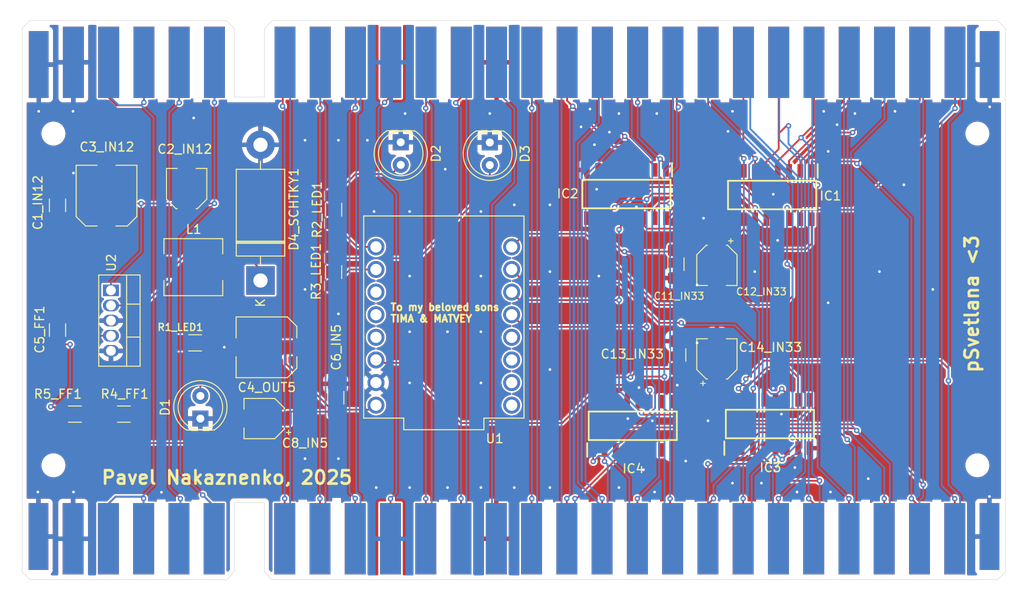
<source format=kicad_pcb>
(kicad_pcb (version 20240108) (generator "pcbnew") (generator_version "8.0")
  (title_block (title "BlueJamma") (date "2024-12-14") (rev "1") (company "Irbis Interactive, LLC"))
  (layers (0 "F.Cu" signal) (31 "B.Cu" signal) (34 "B.Paste" user) (35 "F.Paste" user) (36 "B.SilkS" user "B.Silkscreen") (37 "F.SilkS" user "F.Silkscreen") (38 "B.Mask" user) (39 "F.Mask" user) (44 "Edge.Cuts" user))
  (net 0 "")
  (net 1 "/+12V_BYPASS")
  (net 2 "GND")
  (net 3 "/+5V_BYPASS")
  (net 4 "/5V")
  (net 5 "/-5V_BYPASS")
  (net 6 "Net-(U2-FB)")
  (net 7 "/3.3V")
  (net 8 "/P1_right")
  (net 9 "/P2_right")
  (net 10 "/P1_button2")
  (net 11 "/P2_button2")
  (net 12 "/P2_button3")
  (net 13 "/Speaker_+")
  (net 14 "/VidSync")
  (net 15 "/P2_button6")
  (net 16 "/Meter_2")
  (net 17 "/P1_button1")
  (net 18 "/Lockout_1")
  (net 19 "/Speaker_-")
  (net 20 "/P2_down")
  (net 21 "/Meter_1")
  (net 22 "/P2_button1")
  (net 23 "/Lockout_2")
  (net 24 "/P1_button5")
  (net 25 "/P2_button5")
  (net 26 "/P1_start")
  (net 27 "/P2_up")
  (net 28 "/Coin_2")
  (net 29 "/P1_button4")
  (net 30 "/Coin_1")
  (net 31 "/Tilt_switch")
  (net 32 "/Test_switch")
  (net 33 "/VidRed")
  (net 34 "/P1_left")
  (net 35 "/VidGreen")
  (net 36 "/P2_button4")
  (net 37 "/P2_left")
  (net 38 "/P1_button6")
  (net 39 "/P1_button3")
  (net 40 "/P1_up")
  (net 41 "/Audio_+")
  (net 42 "/Service_switch")
  (net 43 "/P1_down")
  (net 44 "/VidBlue")
  (net 45 "/P2_start")
  (net 46 "Net-(D1-Pad2)")
  (net 47 "Net-(D2-Pad2)")
  (net 48 "Net-(D3-Pad2)")
  (net 49 "Net-(D4_SCHTKY1-K)")
  (net 50 "Net-(IC1-Q7S)")
  (net 51 "/SER_P1")
  (net 52 "/RCLK")
  (net 53 "/SRCLK")
  (net 54 "/16bit shift register/OUT13")
  (net 55 "/16bit shift register/OVER")
  (net 56 "/16bit shift register/OUT16")
  (net 57 "/16bit shift register/OUT14")
  (net 58 "/16bit shift register/OUT15")
  (net 59 "/SER_P2")
  (net 60 "Net-(IC3-Q7S)")
  (net 61 "/16bit shift register1/OUT15")
  (net 62 "/16bit shift register1/OUT13")
  (net 63 "/16bit shift register1/OUT14")
  (net 64 "/16bit shift register1/OUT16")
  (net 65 "/16bit shift register1/OVER")
  (net 66 "/P1_connected")
  (net 67 "/P2_connected")
  (footprint "symbols_fps:MODULE_ESP32-C3_SUPERMINI" (layer "F.Cu") (at 97.3388 73.1 180)
    (property "Reference" "U1")
    (property "Value" "ESP32-C3_SUPERMINI")
  )
  (footprint "Capacitor_SMD:C_1206_3216Metric_Pad1.33x1.80mm_HandSolder" (layer "F.Cu") (at 53.9588 74.5625 -90)
    (property "Reference" "C5_FF1")
    (property "Value" "10n")
  )
  (footprint "Resistor_SMD:R_1206_3216Metric_Pad1.30x1.75mm_HandSolder" (layer "F.Cu") (at 61.4088 84 180)
    (property "Reference" "R4_FF1")
    (property "Value" "1k")
  )
  (footprint "LED_THT:LED_D5.0mm" (layer "F.Cu") (at 70 84.5 90)
    (property "Reference" "D1")
    (property "Value" "LED_5mm")
  )
  (footprint "Capacitor_SMD:C_1206_3216Metric_Pad1.33x1.80mm_HandSolder" (layer "F.Cu") (at 123.4 67.1625 -90)
    (property "Reference" "C11_IN33")
    (property "Value" "0.1u")
  )
  (footprint "symbols_fps:SOIC127P600X175-16N" (layer "F.Cu") (at 133.955 85.112 90)
    (property "Reference" "IC3")
    (property "Value" "74HC595D")
  )
  (footprint "Capacitor_SMD:C_1206_3216Metric_Pad1.33x1.80mm_HandSolder" (layer "F.Cu") (at 85.2 82.1625 90)
    (property "Reference" "C6_IN5")
    (property "Value" "0.1u")
  )
  (footprint "symbols_fps:SOIC127P600X175-16N" (layer "F.Cu") (at 117.845 59.288 -90)
    (property "Reference" "IC2")
    (property "Value" "74HC595D")
  )
  (footprint "Diode_THT:D_DO-201AD_P15.24mm_Horizontal" (layer "F.Cu") (at 76.75 69 90)
    (property "Reference" "D4_SCHTKY1")
    (property "Value" "1n5822")
  )
  (footprint "Capacitor_SMD:CP_Elec_4x5.4" (layer "F.Cu") (at 128 67.3 -90)
    (property "Reference" "C12_IN33")
    (property "Value" "10u")
  )
  (footprint "symbols_fps:SOIC127P600X175-16N" (layer "F.Cu") (at 134.2 59.4 -90)
    (property "Reference" "IC1")
    (property "Value" "74HC595D")
  )
  (footprint "Inductor_SMD:L_6.3x6.3_H3" (layer "F.Cu") (at 69.2088 67.5)
    (property "Reference" "L1")
    (property "Value" "47u")
  )
  (footprint "Capacitor_SMD:C_Elec_6.3x7.7" (layer "F.Cu") (at 77.4213 76.5 180)
    (property "Reference" "C4_OUT5")
    (property "Value" "220u")
  )
  (footprint "Capacitor_SMD:CP_Elec_4x5.4" (layer "F.Cu") (at 128 77.8 90)
    (property "Reference" "C14_IN33")
    (property "Value" "10u")
  )
  (footprint "Resistor_SMD:R_1206_3216Metric_Pad1.30x1.75mm_HandSolder" (layer "F.Cu") (at 55.9088 84)
    (property "Reference" "R5_FF1")
    (property "Value" "3k")
  )
  (footprint "Resistor_SMD:R_1206_3216Metric_Pad1.30x1.75mm_HandSolder" (layer "F.Cu") (at 84.9588 61.05 90)
    (property "Reference" "R2_LED1")
    (property "Value" "100")
  )
  (footprint "Capacitor_SMD:C_Elec_6.3x5.4" (layer "F.Cu") (at 59.4588 59.4675 90)
    (property "Reference" "C3_IN12")
    (property "Value" "100u")
  )
  (footprint "Package_TO_SOT_THT:TO-220-5_Vertical_Pavel" (layer "F.Cu") (at 59.9588 70.1 -90)
    (property "Reference" "U2")
    (property "Value" "LM2596T-ADJ")
  )
  (footprint "symbols_fps:JAMMA-56_inverted" (layer "F.Cu") (at 105.2088 98)
    (property "Reference" "Conn2")
    (property "Value" "jamma")
  )
  (footprint "Capacitor_SMD:C_Elec_4x5.4" (layer "F.Cu") (at 68.4588 58.675 90)
    (property "Reference" "C2_IN12")
    (property "Value" "10u")
  )
  (footprint "Capacitor_SMD:CP_Elec_4x5.4" (layer "F.Cu") (at 77.1588 84.5 180)
    (property "Reference" "C8_IN5")
    (property "Value" "10u")
  )
  (footprint "MountingHole:MountingHole_2.2mm_M2" (layer "F.Cu") (at 157.25 52.5)
    (property "Reference" "H2" (hide yes))
    (property "Value" "MountingHole_2.2mm_M2" (hide yes))
  )
  (footprint "MountingHole:MountingHole_2.2mm_M2" (layer "F.Cu") (at 53.5 89.75)
    (property "Reference" "H4" (hide yes))
    (property "Value" "MountingHole_2.2mm_M2" (hide yes))
  )
  (footprint "MountingHole:MountingHole_2.2mm_M2" (layer "F.Cu") (at 157.25 89.75)
    (property "Reference" "H3" (hide yes))
    (property "Value" "MountingHole_2.2mm_M2" (hide yes))
  )
  (footprint "Resistor_SMD:R_1206_3216Metric_Pad1.30x1.75mm_HandSolder" (layer "F.Cu") (at 69.4088 76 180)
    (property "Reference" "R1_LED1")
    (property "Value" "200")
  )
  (footprint "Capacitor_SMD:C_1206_3216Metric_Pad1.33x1.80mm_HandSolder" (layer "F.Cu") (at 53.9588 60.5625 90)
    (property "Reference" "C1_IN12")
    (property "Value" "0.1u")
  )
  (footprint "symbols_fps:SOIC127P600X175-16N" (layer "F.Cu") (at 118.555 85.312 90)
    (property "Reference" "IC4")
    (property "Value" "74HC595D")
  )
  (footprint "Resistor_SMD:R_1206_3216Metric_Pad1.30x1.75mm_HandSolder" (layer "F.Cu") (at 84.9588 68.05 90)
    (property "Reference" "R3_LED1")
    (property "Value" "100")
  )
  (footprint "LED_THT:LED_D5.0mm" (layer "F.Cu") (at 92.5 53.475 -90)
    (property "Reference" "D2")
    (property "Value" "LED_5mm")
  )
  (footprint "LED_THT:LED_D5.0mm" (layer "F.Cu") (at 102.5 53.5 -90)
    (property "Reference" "D3")
    (property "Value" "LED_5mm")
  )
  (footprint "MountingHole:MountingHole_2.2mm_M2" (layer "F.Cu") (at 53.5 52.5)
    (property "Reference" "H1" (hide yes))
    (property "Value" "MountingHole_2.2mm_M2" (hide yes))
  )
  (footprint "Capacitor_SMD:C_1206_3216Metric_Pad1.33x1.80mm_HandSolder" (layer "F.Cu") (at 123.6 77.3625 90)
    (property "Reference" "C13_IN33")
    (property "Value" "0.1u")
  )
  (footprint "symbols_fps:JAMMA-56" (layer "F.Cu") (at 105.2388 44.5)
    (property "Reference" "Conn1")
    (property "Value" "jamma")
  )
  (gr_line (start 159.5 102.6) (end 160.4 101.7) (stroke (width 0.05)) (layer "Edge.Cuts"))
  (gr_line (start 78 102.6) (end 77.2 101.65) (stroke (width 0.05)) (layer "Edge.Cuts"))
  (gr_line (start 73.8 93.95) (end 73.8 101.65) (stroke (width 0.05)) (layer "Edge.Cuts"))
  (gr_line (start 73.8 48.4) (end 73.8 40.7) (stroke (width 0.05)) (layer "Edge.Cuts"))
  (gr_line (start 159.5 102.6) (end 78 102.6) (stroke (width 0.05)) (layer "Edge.Cuts"))
  (gr_line (start 77.2 48.4) (end 77.2 40.7) (stroke (width 0.05)) (layer "Edge.Cuts"))
  (gr_line (start 50.9 39.8) (end 50 40.7) (stroke (width 0.05)) (layer "Edge.Cuts"))
  (gr_line (start 72.9 39.8) (end 73.8 40.7) (stroke (width 0.05)) (layer "Edge.Cuts"))
  (gr_line (start 73 102.6) (end 50.9 102.6) (stroke (width 0.05)) (layer "Edge.Cuts"))
  (gr_line (start 78.1 39.8) (end 77.2 40.7) (stroke (width 0.05)) (layer "Edge.Cuts"))
  (gr_line (start 73.8 93.95) (end 77.2 93.95) (stroke (width 0.05)) (layer "Edge.Cuts"))
  (gr_line (start 50.9 39.8) (end 72.9 39.8) (stroke (width 0.05)) (layer "Edge.Cuts"))
  (gr_line (start 73 102.6) (end 73.8 101.65) (stroke (width 0.05)) (layer "Edge.Cuts"))
  (gr_line (start 50 40.7) (end 50 101.7) (stroke (width 0.05)) (layer "Edge.Cuts"))
  (gr_line (start 159.5 39.8) (end 160.4 40.7) (stroke (width 0.05)) (layer "Edge.Cuts"))
  (gr_line (start 50.9 102.6) (end 50 101.7) (stroke (width 0.05)) (layer "Edge.Cuts"))
  (gr_line (start 160.4 40.7) (end 160.4 101.7) (stroke (width 0.05)) (layer "Edge.Cuts"))
  (gr_line (start 159.5 39.8) (end 78.1 39.8) (stroke (width 0.05)) (layer "Edge.Cuts"))
  (gr_line (start 77.2 48.4) (end 73.8 48.4) (stroke (width 0.05)) (layer "Edge.Cuts"))
  (gr_line (start 77.2 93.95) (end 77.2 101.65) (stroke (width 0.05)) (layer "Edge.Cuts"))
  (gr_text "Pavel Nakaznenko, 2025" (at 58.75 92 0) (layer "F.SilkS") (effects (font (size 1.5 1.5) (thickness 0.3) (bold yes)) (justify left bottom)))
  (gr_text "To my beloved sons\nTIMA & MATVEY" (at 91.25 73.75 0) (layer "F.SilkS") (effects (font (size 0.8 0.8) (thickness 0.2) (bold yes)) (justify left bottom)))
  (gr_text "pSvetlana <3" (at 157.5 79.5 90) (layer "F.SilkS") (effects (font (size 1.5 1.5) (thickness 0.3) (bold yes)) (justify left bottom)))
  (segment (start 71.55 98) (end 71.55 94.3702) (width 0.2) (layer "F.Cu") (net 1))
  (segment (start 68.4588 60.35) (end 71.58 60.35) (width 0.2) (layer "F.Cu") (net 1))
  (segment (start 63.3514 60.35) (end 61.1138 60.35) (width 0.2) (layer "F.Cu") (net 1))
  (segment (start 59.4588 62.005) (end 54.0788 62.005) (width 0.2) (layer "F.Cu") (net 1))
  (segment (start 54.0788 62.005) (end 53.9588 62.125) (width 0.2) (layer "F.Cu") (net 1))
  (segment (start 61.1138 60.35) (end 59.4588 62.005) (width 0.2) (layer "F.Cu") (net 1))
  (segment (start 63.3514 60.35) (end 68.4588 60.35) (width 0.2) (layer "F.Cu") (net 1))
  (segment (start 71.55 94.3702) (end 70.2664 93.0866) (width 0.2) (layer "F.Cu") (net 1))
  (segment (start 71.58 49.0121) (end 71.58 44.5) (width 0.2) (layer "F.Cu") (net 1))
  (via (at 71.58 49.0121) (size 0.6) (drill 0.3) (layers "F.Cu" "B.Cu") (net 1))
  (via (at 63.3514 60.35) (size 0.6) (drill 0.3) (layers "F.Cu" "B.Cu") (net 1))
  (via (at 70.2664 93.0866) (size 0.6) (drill 0.3) (layers "F.Cu" "B.Cu") (net 1))
  (via (at 71.58 60.35) (size 0.6) (drill 0.3) (layers "F.Cu" "B.Cu") (net 1))
  (segment (start 71.58 60.35) (end 67.7522 64.1778) (width 0.2) (layer "B.Cu") (net 1))
  (segment (start 71.58 49.0121) (end 71.58 60.35) (width 0.2) (layer "B.Cu") (net 1))
  (segment (start 63.0426 66.0645) (end 59.9588 69.1483) (width 0.2) (layer "B.Cu") (net 1))
  (segment (start 59.9588 70.1) (end 59.9588 69.1483) (width 0.2) (layer "B.Cu") (net 1))
  (segment (start 71.55 98) (end 71.55 94.3702) (width 0.2) (layer "B.Cu") (net 1))
  (segment (start 63.3514 60.35) (end 63.3514 65.7536) (width 0.2) (layer "B.Cu") (net 1))
  (segment (start 71.55 94.3702) (end 70.2664 93.0866) (width 0.2) (layer "B.Cu") (net 1))
  (segment (start 67.7522 90.5724) (end 70.2664 93.0866) (width 0.2) (layer "B.Cu") (net 1))
  (segment (start 63.0426 66.0624) (end 63.0426 66.0645) (width 0.2) (layer "B.Cu") (net 1))
  (segment (start 63.3514 65.7536) (end 63.0426 66.0624) (width 0.2) (layer "B.Cu") (net 1))
  (segment (start 71.58 44.5) (end 71.58 49.0121) (width 0.2) (layer "B.Cu") (net 1))
  (segment (start 67.7522 64.1778) (end 67.7522 90.5724) (width 0.2) (layer "B.Cu") (net 1))
  (segment (start 55.6976 50) (end 55.6976 49.6902) (width 0.2) (layer "F.Cu") (net 2))
  (segment (start 118.48 62) (end 118.48 61.2077) (width 0.2) (layer "F.Cu") (net 2))
  (segment (start 85.34 80.46) (end 85.2 80.6) (width 0.2) (layer "F.Cu") (net 2))
  (segment (start 133.32 80.75) (end 133.57 80.5) (width 0.2) (layer "F.Cu") (net 2))
  (segment (start 134.3343 80.8458) (end 134.3343 81.1073) (width 0.2) (layer "F.Cu") (net 2))
  (segment (start 133.9885 80.5) (end 134.3343 80.8458) (width 0.2) (layer "F.Cu") (net 2))
  (segment (start 62.9588 84) (end 63.4588 84.5) (width 0.2) (layer "F.Cu") (net 2))
  (segment (start 59.4588 56.93) (end 59.5288 57) (width 0.2) (layer "F.Cu") (net 2))
  (segment (start 133.32 82.4) (end 133.32 80.75) (width 0.2) (layer "F.Cu") (net 2))
  (segment (start 123.8 76) (end 123.6 75.8) (width 0.2) (layer "F.Cu") (net 2))
  (segment (start 74.8712 76.4874) (end 74.8838 76.5) (width 0.2) (layer "F.Cu") (net 2))
  (segment (start 118.48 61.2077) (end 118.958 60.7297) (width 0.2) (layer "F.Cu") (net 2))
  (segment (start 133.57 80.5) (end 133.9885 80.5) (width 0.2) (layer "F.Cu") (net 2))
  (segment (start 55.6976 50) (end 55.74 49.9576) (width 0.2) (layer "F.Cu") (net 2))
  (segment (start 72.6881 76.4874) (end 74.8712 76.4874) (width 0.2) (layer "F.Cu") (net 2))
  (via (at 55.75 56.93) (size 0.6) (drill 0.3) (layers "F.Cu" "B.Cu") (net 2))
  (via (at 85.5 72.75) (size 0.6) (drill 0.3) (layers "F.Cu" "B.Cu") (net 2))
  (via (at 51.75 92.75) (size 0.6) (drill 0.3) (layers "F.Cu" "B.Cu") (net 2))
  (via (at 101.5 80.5) (size 0.6) (drill 0.3) (layers "F.Cu" "B.Cu") (net 2))
  (via (at 109.25 79) (size 0.6) (drill 0.3) (layers "F.Cu" "B.Cu") (net 2))
  (via (at 55.6976 50) (size 0.6) (drill 0.3) (layers "F.Cu" "B.Cu") (net 2))
  (via (at 109.25 60.5) (size 0.6) (drill 0.3) (layers "F.Cu" "B.Cu") (net 2))
  (via (at 114.25 53.75) (size 0.6) (drill 0.3) (layers "F.Cu" "B.Cu") (net 2))
  (via (at 93.5 74.75) (size 0.6) (drill 0.3) (layers "F.Cu" "B.Cu") (net 2))
  (via (at 114.5 58.75) (size 0.6) (drill 0.3) (layers "F.Cu" "B.Cu") (net 2))
  (via (at 123.5515 80.75) (size 0.6) (drill 0.3) (layers "F.Cu" "B.Cu") (net 2))
  (via (at 112.75 51.75) (size 0.6) (drill 0.3) (layers "F.Cu" "B.Cu") (net 2))
  (via (at 117 92.25) (size 0.6) (drill 0.3) (layers "F.Cu" "B.Cu") (net 2))
  (via (at 105.25 92.25) (size 0.6) (drill 0.3) (layers "F.Cu" "B.Cu") (net 2))
  (via (at 124.5 89.2714) (size 0.6) (drill 0.3) (layers "F.Cu" "B.Cu") (net 2))
  (via (at 140.5 71.5) (size 0.6) (drill 0.3) (layers "F.Cu" "B.Cu") (net 2))
  (via (at 55.75 92.75) (size 0.6) (drill 0.3) (layers "F.Cu" "B.Cu") (net 2))
  (via (at 141.5 51.5) (size 0.6) (drill 0.3) (layers "F.Cu" "B.Cu") (net 2))
  (via (at 102.5 50.25) (size 0.6) (drill 0.3) (layers "F.Cu" "B.Cu") (net 2))
  (via (at 88.75 53.25) (size 0.6) (drill 0.3) (layers "F.Cu" "B.Cu") (net 2))
  (via (at 140 50) (size 0.6) (drill 0.3) (layers "F.Cu" "B.Cu") (net 2))
  (via (at 101.5 74.75) (size 0.6) (drill 0.3) (layers "F.Cu" "B.Cu") (net 2))
  (via (at 148 50) (size 0.6) (drill 0.3) (layers "F.Cu" "B.Cu") (net 2))
  (via (at 97.75 74.75) (size 0.6) (drill 0.3) (layers "F.Cu" "B.Cu") (net 2))
  (via (at 120.75 84.75) (size 0.6) (drill 0.3) (layers "F.Cu" "B.Cu") (net 2))
  (via (at 134.3343 81.1073) (size 0.6) (drill 0.3) (layers "F.Cu" "B.Cu") (net 2))
  (via (at 140.5 54.5) (size 0.6) (drill 0.3) (layers "F.Cu" "B.Cu") (net 2))
  (via (at 97.75 92.25) (size 0.6) (drill 0.3) (layers "F.Cu" "B.Cu") (net 2))
  (via (at 127 84.75) (size 0.6) (drill 0.3) (layers "F.Cu" "B.Cu") (net 2))
  (via (at 158.6019 93.25) (size 0.6) (drill 0.3) (layers "F.Cu" "B.Cu") (net 2))
  (via (at 101.5 68.5) (size 0.6) (drill 0.3) (layers "F.Cu" "B.Cu") (net 2))
  (via (at 134.3343 59.3155) (size 0.6) (drill 0.3) (layers "F.Cu" "B.Cu") (net 2))
  (via (at 133 91.75) (size 0.6) (drill 0.3) (layers "F.Cu" "B.Cu") (net 2))
  (via (at 134.819955 64.492513) (size 0.6) (drill 0.3) (layers "F.Cu" "B.Cu") (net 2))
  (via (at 89.5 61.25) (size 0.6) (drill 0.3) (layers "F.Cu" "B.Cu") (net 2))
  (via (at 101.5 92.25) (size 0.6) (drill 0.3) (layers "F.Cu" "B.Cu") (net 2))
  (via (at 65.629934 92.779289) (size 0.6) (drill 0.3) (layers "F.Cu" "B.Cu") (net 2))
  (via (at 81.75 53.25) (size 0.6) (drill 0.3) (layers "F.Cu" "B.Cu") (net 2))
  (via (at 105.25 60.5) (size 0.6) (drill 0.3) (layers "F.Cu" "B.Cu") (net 2))
  (via (at 118 84.5) (size 0.6) (drill 0.3) (layers "F.Cu" "B.Cu") (net 2))
  (via (at 51.8469 50) (size 0.6) (drill 0.3) (layers "F.Cu" "B.Cu") (net 2))
  (via (at 140.75 92.75) (size 0.6) (drill 0.3) (layers "F.Cu" "B.Cu") (net 2))
  (via (at 114.75 68.5) (size 0.6) (drill 0.3) (layers "F.Cu" "B.Cu") (net 2))
  (via (at 72.6881 76.4874) (size 0.6) (drill 0.3) (layers "F.Cu" "B.Cu") (net 2))
  (via (at 121 92.75) (size 0.6) (drill 0.3) (layers "F.Cu" "B.Cu") (net 2))
  (via (at 69.25 50.75) (size 0.6) (drill 0.3) (layers "F.Cu" "B.Cu") (net 2))
  (via (at 85.5 53.25) (size 0.6) (drill 0.3) (layers "F.Cu" "B.Cu") (net 2))
  (via (at 118.958 60.7297) (size 0.6) (drill 0.3) (layers "F.Cu" "B.Cu") (net 2))
  (via (at 93.5 61.25) (size 0.6) (drill 0.3) (layers "F.Cu" "B.Cu") (net 2))
  (via (at 119.75 90.25) (size 0.6) (drill 0.3) (layers "F.Cu" "B.Cu") (net 2))
  (via (at 89.75 92.25) (size 0.6) (drill 0.3) (layers "F.Cu" "B.Cu") (net 2))
  (via (at 158.6319 49.5) (size 0.6) (drill 0.3) (layers "F.Cu" "B.Cu") (net 2))
  (via (at 126.5 62) (size 0.6) (drill 0.3) (layers "F.Cu" "B.Cu") (net 2))
  (via (at 93.5 68.5) (size 0.6) (drill 0.3) (layers "F.Cu" "B.Cu") (net 2))
  (via (at 93.5 92.25) (size 0.6) (drill 0.3) (layers "F.Cu" "B.Cu") (net 2))
  (via (at 115.934169 52.333237) (size 0.6) (drill 0.3) (layers "F.Cu" "B.Cu") (net 2))
  (via (at 146.25 68) (size 0.6) (drill 0.3) (layers "F.Cu" "B.Cu") (net 2))
  (via (at 113.75 49.75) (size 0.6) (drill 0.3) (layers "F.Cu" "B.Cu") (net 2))
  (via (at 117 50.25) (size 0.6) (drill 0.3) (layers "F.Cu" "B.Cu") (net 2))
  (via (at 97.5 56.5) (size 0.6) (drill 0.3) (layers "F.Cu" "B.Cu") (net 2))
  (via (at 135.25 84) (size 0.6) (drill 0.3) (layers "F.Cu" "B.Cu") (net 2))
  (via (at 152.25 70) (size 0.6) (drill 0.3) (layers "F.Cu" "B.Cu") (net 2))
  (via (at 129.75 50) (size 0.6) (drill 0.3) (layers "F.Cu" "B.Cu") (net 2))
  (via (at 85.5 89) (size 0.6) (drill 0.3) (layers "F.Cu" "B.Cu") (net 2))
  (via (at 137 92.75) (size 0.6) (drill 0.3) (layers "F.Cu" "B.Cu") (net 2))
  (via (at 93.5 80.5) (size 0.6) (drill 0.3) (layers "F.Cu" "B.Cu") (net 2))
  (via (at 132.25 68) (size 0.6) (drill 0.3) (layers "F.Cu" "B.Cu") (net 2))
  (via (at 81.75 70) (size 0.6) (drill 0.3) (layers "F.Cu" "B.Cu") (net 2))
  (via (at 145 91.25) (size 0.6) (drill 0.3) (layers "F.Cu" "B.Cu") (net 2))
  (via (at 109.25 68) (size 0.6) (drill 0.3) (layers "F.Cu" "B.Cu") (net 2))
  (via (at 101.5 61.25) (size 0.6) (drill 0.3) (layers "F.Cu" "B.Cu") (net 2))
  (via (at 125.775 76) (size 0.6) (drill 0.3) (layers "F.Cu" "B.Cu") (net 2))
  (via (at 149 58.25) (size 0.6) (drill 0.3) (layers "F.Cu" "B.Cu") (net 2))
  (via (at 125.775 69.5) (size 0.6) (drill 0.3) (layers "F.Cu" "B.Cu") (net 2))
  (via (at 109.25 92.25) (size 0.6) (drill 0.3) (layers "F.Cu" "B.Cu") (net 2))
  (via (at 121.25 50.25) (size 0.6) (drill 0.3) (layers "F.Cu" "B.Cu") (net 2))
  (via (at 129.25 52.25) (size 0.6) (drill 0.3) (layers "F.Cu" "B.Cu") (net 2))
  (via (at 93 50.25) (size 0.6) (drill 0.3) (layers "F.Cu" "B.Cu") (net 2))
  (via (at 119.25 81.020615) (size 0.6) (drill 0.3) (layers "F.Cu" "B.Cu") (net 2))
  (via (at 136.75 90) (size 0.6) (drill 0.3) (layers "F.Cu" "B.Cu") (net 2))
  (via (at 143.5 50.25) (size 0.6) (drill 0.3) (layers "F.Cu" "B.Cu") (net 2))
  (via (at 129.75 91.75) (size 0.6) (drill 0.3) (layers "F.Cu" "B.Cu") (net 2))
  (via (at 81.75 89) (size 0.6) (drill 0.3) (layers "F.Cu" "B.Cu") (net 2))
  (segment (start 55.6976 50) (end 55.74 49.9576) (width 0.2) (layer "B.Cu") (net 2))
  (segment (start 55.75 56.93) (end 55.6976 56.8776) (width 0.2) (layer "B.Cu") (net 2))
  (segment (start 90.7498 97.3998) (end 91.35 98) (width 0.2) (layer "B.Cu") (net 2))
  (segment (start 63.66 44.5) (end 63.66 49.0024) (width 0.2) (layer "F.Cu") (net 3))
  (segment (start 63.63 98) (end 63.63 93.4732) (width 0.2) (layer "F.Cu") (net 3))
  (segment (start 63.66 49.0024) (end 63.331 49.3314) (width 0.2) (layer "F.Cu") (net 3))
  (segment (start 63.331 49.3314) (end 60.5814 49.3314) (width 0.2) (layer "F.Cu") (net 3))
  (segment (start 59.67 94.08) (end 59.67 98) (width 0.2) (layer "F.Cu") (net 3))
  (segment (start 60.5814 49.3314) (end 59.7 48.45) (width 0.2) (layer "F.Cu") (net 3))
  (segment (start 59.7 48.45) (end 59.7 44.5) (width 0.2) (layer "F.Cu") (net 3))
  (segment (start 63.63 93.4732) (end 63.4234 93.2666) (width 0.2) (layer "F.Cu") (net 3))
  (segment (start 60.4834 93.2666) (end 59.67 94.08) (width 0.2) (layer "F.Cu") (net 3))
  (segment (start 63.4234 93.2666) (end 60.4834 93.2666) (width 0.2) (layer "F.Cu") (net 3))
  (via (at 63.66 49.0024) (size 0.6) (drill 0.3) (layers "F.Cu" "B.Cu") (net 3))
  (via (at 63.63 93.4732) (size 0.6) (drill 0.3) (layers "F.Cu" "B.Cu") (net 3))
  (segment (start 64.75 91.9818) (end 63.4443 93.2875) (width 0.2) (layer "B.Cu") (net 3))
  (segment (start 63.4443 93.2875) (end 60.4625 93.2875) (width 0.2) (layer "B.Cu") (net 3))
  (segment (start 63.3505 49.3119) (end 64.75 50.7114) (width 0.2) (layer "B.Cu") (net 3))
  (segment (start 60.4625 93.2875) (end 59.67 94.08) (width 0.2) (layer "B.Cu") (net 3))
  (segment (start 64.75 50.7114) (end 64.75 91.9818) (width 0.2) (layer "B.Cu") (net 3))
  (segment (start 63.66 49.0024) (end 63.3505 49.3119) (width 0.2) (layer "B.Cu") (net 3))
  (segment (start 59.67 94.08) (end 59.67 98) (width 0.2) (layer "B.Cu") (net 3))
  (segment (start 63.3505 49.3119) (end 60.8119 49.3119) (width 0.2) (layer "B.Cu") (net 3))
  (segment (start 60.8119 49.3119) (end 59.7 48.2) (width 0.2) (layer "B.Cu") (net 3))
  (segment (start 63.63 93.4732) (end 63.4443 93.2875) (width 0.2) (layer "B.Cu") (net 3))
  (segment (start 63.66 44.5) (end 63.66 49.0024) (width 0.2) (layer "B.Cu") (net 3))
  (segment (start 63.63 98) (end 63.63 93.4732) (width 0.2) (layer "B.Cu") (net 3))
  (segment (start 59.7 48.2) (end 59.7 44.5) (width 0.2) (layer "B.Cu") (net 3))
  (segment (start 89.7188 83) (end 89.2188 83.5) (width 0.2) (layer "F.Cu") (net 4))
  (segment (start 89.2188 83.5) (end 85.425 83.5) (width 0.2) (layer "F.Cu") (net 4))
  (segment (start 54.3588 84) (end 53.5238 83.165) (width 0.2) (layer "F.Cu") (net 4))
  (segment (start 53.5238 83.165) (end 53.197 83.165) (width 0.2) (layer "F.Cu") (net 4))
  (segment (start 70.9588 76) (end 71.0025 76) (width 0.2) (layer "F.Cu") (net 4))
  (segment (start 57.6088 87.25) (end 54.3588 84) (width 0.2) (layer "F.Cu") (net 4))
  (segment (start 85.425 83.5) (end 85.2 83.725) (width 0.2) (layer "F.Cu") (net 4))
  (segment (start 84.975 83.725) (end 79.584 78.334) (width 0.2) (layer "F.Cu") (net 4))
  (segment (start 79.7338 83.725) (end 78.9588 84.5) (width 0.2) (layer "F.Cu") (net 4))
  (segment (start 54.0044 76.1706) (end 53.9588 76.125) (width 0.2) (layer "F.Cu") (net 4))
  (segment (start 79.584 78.334) (end 79.584 76.8748) (width 0.2) (layer "F.Cu") (net 4))
  (segment (start 71.0025 69.958) (end 71.9588 69.0017) (width 0.2) (layer "F.Cu") (net 4))
  (segment (start 85.2 83.725) (end 84.975 83.725) (width 0.2) (layer "F.Cu") (net 4))
  (segment (start 78.8289 77.6299) (end 72.6324 77.6299) (width 0.2) (layer "F.Cu") (net 4))
  (segment (start 85.2 83.725) (end 79.7338 83.725) (width 0.2) (layer "F.Cu") (net 4))
  (segment (start 79.584 76.8748) (end 78.8289 77.6299) (width 0.2) (layer "F.Cu") (net 4))
  (segment (start 76.2088 87.25) (end 57.6088 87.25) (width 0.2) (layer "F.Cu") (net 4))
  (segment (start 55.3691 76.1706) (end 54.0044 76.1706) (width 0.2) (layer "F.Cu") (net 4))
  (segment (start 79.584 76.8748) (end 79.9588 76.5) (width 0.2) (layer "F.Cu") (net 4))
  (segment (start 71.0025 76) (end 71.0025 69.958) (width 0.2) (layer "F.Cu") (net 4))
  (segment (start 72.6324 77.6299) (end 71.0025 76) (width 0.2) (layer "F.Cu") (net 4))
  (segment (start 78.9588 84.5) (end 76.2088 87.25) (width 0.2) (layer "F.Cu") (net 4))
  (segment (start 71.9588 67.5) (end 71.9588 69.0017) (width 0.2) (layer "F.Cu") (net 4))
  (via (at 55.3691 76.1706) (size 0.6) (drill 0.3) (layers "F.Cu" "B.Cu") (net 4))
  (via (at 53.197 83.165) (size 0.6) (drill 0.3) (layers "F.Cu" "B.Cu") (net 4))
  (segment (start 55.3691 76.1706) (end 55.3691 80.9929) (width 0.2) (layer "B.Cu") (net 4))
  (segment (start 55.3691 80.9929) (end 53.197 83.165) (width 0.2) (layer "B.Cu") (net 4))
  (segment (start 67.59 98) (end 67.7571 97.8329) (width 0.2) (layer "F.Cu") (net 5))
  (segment (start 67.7571 97.8329) (end 67.7571 93.4947) (width 0.2) (layer "F.Cu") (net 5))
  (segment (start 67.62 49.0349) (end 67.62 44.5) (width 0.2) (layer "F.Cu") (net 5))
  (via (at 67.62 49.0349) (size 0.6) (drill 0.3) (layers "F.Cu" "B.Cu") (net 5))
  (via (at 67.7571 93.4947) (size 0.6) (drill 0.3) (layers "F.Cu" "B.Cu") (net 5))
  (segment (start 67.59 98) (end 67.7571 97.8329) (width 0.2) (layer "B.Cu") (net 5))
  (segment (start 66.5 50.1549) (end 66.5 92.2376) (width 0.2) (layer "B.Cu") (net 5))
  (segment (start 67.62 49.0349) (end 66.5 50.1549) (width 0.2) (layer "B.Cu") (net 5))
  (segment (start 66.5 92.2376) (end 67.7571 93.4947) (width 0.2) (layer "B.Cu") (net 5))
  (segment (start 67.62 49.0349) (end 67.62 44.5) (width 0.2) (layer "B.Cu") (net 5))
  (segment (start 67.7571 97.8329) (end 67.7571 93.4947) (width 0.2) (layer "B.Cu") (net 5))
  (segment (start 57.4588 84) (end 59.8588 84) (width 0.2) (layer "F.Cu") (net 6))
  (segment (start 56.1588 75.2) (end 53.9588 73) (width 0.2) (layer "F.Cu") (net 6))
  (segment (start 59.9588 75.2) (end 57.4588 75.2) (width 0.2) (layer "F.Cu") (net 6))
  (segment (start 57.4588 75.2) (end 57.4588 84) (width 0.2) (layer "F.Cu") (net 6))
  (segment (start 57.4588 75.2) (end 56.1588 75.2) (width 0.2) (layer "F.Cu") (net 6))
  (segment (start 131.025 62.112) (end 131.025 63.0753) (width 0.2) (layer "F.Cu") (net 7))
  (segment (start 117.6136 65.75) (end 117.3558 65.75) (width 0.2) (layer "F.Cu") (net 7))
  (segment (start 138 65.5) (end 138.645 64.855) (width 0.2) (layer "F.Cu") (net 7))
  (segment (start 137.13 79.88) (end 136 78.75) (width 0.2) (layer "F.Cu") (net 7))
  (segment (start 115.7808 79.865) (end 114.11 81.5358) (width 0.2) (layer "F.Cu") (net 7))
  (segment (start 129.51 82.4) (end 129.51 81.3358) (width 0.2) (layer "F.Cu") (net 7))
  (segment (start 122.3767 83.6642) (end 121.73 83.0175) (width 0.2) (layer "F.Cu") (net 7))
  (segment (start 131.025 63.1747) (end 131.025 63.1762) (width 0.2) (layer "F.Cu") (net 7))
  (segment (start 128 65.5) (end 123.5 65.5) (width 0.2) (layer "F.Cu") (net 7))
  (segment (start 130.8952 80.75) (end 130.6502 80.505) (width 0.2) (layer "F.Cu") (net 7))
  (segment (start 123.25 65.75) (end 123.4 65.6) (width 0.2) (layer "F.Cu") (net 7))
  (segment (start 118.3065 79.865) (end 115.7808 79.865) (width 0.2) (layer "F.Cu") (net 7))
  (segment (start 90.0488 78.25) (end 92.5 78.25) (width 0.2) (layer "F.Cu") (net 7))
  (segment (start 122.29 62) (end 122.5 62) (width 0.2) (layer "F.Cu") (net 7))
  (segment (start 129.51 81.3358) (end 129.51 80.505) (width 0.2) (layer "F.Cu") (net 7))
  (segment (start 99.25 85) (end 110.6458 85) (width 0.2) (layer "F.Cu") (net 7))
  (segment (start 129.51 83.24) (end 129.0858 83.6642) (width 0.2) (layer "F.Cu") (net 7))
  (segment (start 131.025 63.1762) (end 128.7012 65.5) (width 0.2) (layer "F.Cu") (net 7))
  (segment (start 129.51 80.505) (end 128.605 79.6) (width 0.2) (layer "F.Cu") (net 7))
  (segment (start 128 79.6) (end 127.325 78.925) (width 0.2) (layer "F.Cu") (net 7))
  (segment (start 114.11 82.6) (end 114.11 81.5358) (width 0.2) (layer "F.Cu") (net 7))
  (segment (start 137.13 82.4) (end 137.13 79.88) (width 0.2) (layer "F.Cu") (net 7))
  (segment (start 117.3558 65.75) (end 114.67 63.0642) (width 0.2) (layer "F.Cu") (net 7))
  (segment (start 129.0858 83.6642) (end 122.3767 83.6642) (width 0.2) (layer "F.Cu") (net 7))
  (segment (start 117.6136 65.75) (end 123.25 65.75) (width 0.2) (layer "F.Cu") (net 7))
  (segment (start 89.7188 77.92) (end 90.0488 78.25) (width 0.2) (layer "F.Cu") (net 7))
  (segment (start 130.7272 60.75) (end 131.025 61.0478) (width 0.2) (layer "F.Cu") (net 7))
  (segment (start 122.5 62) (end 123.75 60.75) (width 0.2) (layer "F.Cu") (net 7))
  (segment (start 131.6138 80.75) (end 130.8952 80.75) (width 0.2) (layer "F.Cu") (net 7))
  (segment (start 123.5 65.5) (end 123.4 65.6) (width 0.2) (layer "F.Cu") (net 7))
  (segment (start 131.025 63.1747) (end 133.3503 65.5) (width 0.2) (layer "F.Cu") (net 7))
  (segment (start 131.025 61.0478) (end 131.025 62.112) (width 0.2) (layer "F.Cu") (net 7))
  (segment (start 114.67 63.0642) (end 114.67 62) (width 0.2) (layer "F.Cu") (net 7))
  (segment (start 128.605 79.6) (end 128 79.6) (width 0.2) (layer "F.Cu") (net 7))
  (segment (start 131.025 63.0753) (end 131.025 63.1747) (width 0.2) (layer "F.Cu") (net 7))
  (segment (start 129.51 82.4) (end 129.51 83.24) (width 0.2) (layer "F.Cu") (net 7))
  (segment (start 110.6458 85) (end 114.11 81.5358) (width 0.2) (layer "F.Cu") (net 7))
  (segment (start 133.3503 65.5) (end 138 65.5) (width 0.2) (layer "F.Cu") (net 7))
  (segment (start 123.75 60.75) (end 130.7272 60.75) (width 0.2) (layer "F.Cu") (net 7))
  (segment (start 128.7012 65.5) (end 128 65.5) (width 0.2) (layer "F.Cu") (net 7))
  (segment (start 138.645 64.855) (end 138.645 62.112) (width 0.2) (layer "F.Cu") (net 7))
  (segment (start 92.5 78.25) (end 99.25 85) (width 0.2) (layer "F.Cu") (net 7))
  (segment (start 133.6138 78.75) (end 131.6138 80.75) (width 0.2) (layer "F.Cu") (net 7))
  (segment (start 119.2465 78.925) (end 118.3065 79.865) (width 0.2) (layer "F.Cu") (net 7))
  (segment (start 127.325 78.925) (end 123.6 78.925) (width 0.2) (layer "F.Cu") (net 7))
  (segment (start 121.73 83.0175) (end 121.73 82.6) (width 0.2) (layer "F.Cu") (net 7))
  (segment (start 136 78.75) (end 133.6138 78.75) (width 0.2) (layer "F.Cu") (net 7))
  (segment (start 130.6502 80.505) (end 129.51 80.505) (width 0.2) (layer "F.Cu") (net 7))
  (segment (start 123.6 78.925) (end 119.2465 78.925) (width 0.2) (layer "F.Cu") (net 7))
  (via (at 118.3065 79.865) (size 0.6) (drill 0.3) (layers "F.Cu" "B.Cu") (net 7))
  (via (at 117.6136 65.75) (size 0.6) (drill 0.3) (layers "F.Cu" "B.Cu") (net 7))
  (segment (start 117.6136 65.75) (end 118.3065 66.4429) (width 0.2) (layer "B.Cu") (net 7))
  (segment (start 118.3065 66.4429) (end 118.3065 79.865) (width 0.2) (layer "B.Cu") (net 7))
  (segment (start 132.2934 55.3127) (end 130.98 53.9993) (width 0.2) (layer "F.Cu") (net 8))
  (segment (start 130.95 93.4865) (end 130.95 98) (width 0.2) (layer "F.Cu") (net 8))
  (segment (start 130.98 53.9993) (end 130.98 44.5) (width 0.2) (layer "F.Cu") (net 8))
  (segment (start 132.295 55.3143) (end 132.2934 55.3127) (width 0.2) (layer "F.Cu") (net 8))
  (segment (start 132.295 56.688) (end 132.295 55.3143) (width 0.2) (layer "F.Cu") (net 8))
  (via (at 130.95 93.4865) (size 0.6) (drill 0.3) (layers "F.Cu" "B.Cu") (net 8))
  (via (at 132.2934 55.3127) (size 0.6) (drill 0.3) (layers "F.Cu" "B.Cu") (net 8))
  (segment (start 130.95 93.4865) (end 130.95 89.3947) (width 0.2) (layer "B.Cu") (net 8))
  (segment (start 131.6252 55.9809) (end 132.2934 55.3127) (width 0.2) (layer "B.Cu") (net 8))
  (segment (start 130.95 89.3947) (end 133.1335 87.2112) (width 0.2) (layer "B.Cu") (net 8))
  (segment (start 133.1335 62.6335) (end 131.6252 61.1252) (width 0.2) (layer "B.Cu") (net 8))
  (segment (start 133.1335 87.2112) (end 133.1335 62.6335) (width 0.2) (layer "B.Cu") (net 8))
  (segment (start 131.6252 61.1252) (end 131.6252 55.9809) (width 0.2) (layer "B.Cu") (net 8))
  (segment (start 135.86 88.5511) (end 135.3248 89.0863) (width 0.2) (layer "F.Cu") (net 9))
  (segment (start 135.86 87.824) (end 135.86 88.5511) (width 0.2) (layer "F.Cu") (net 9))
  (via (at 135.3248 89.0863) (size 0.6) (drill 0.3) (layers "F.Cu" "B.Cu") (net 9))
  (segment (start 134.7896 88.5511) (end 135.3248 89.0863) (width 0.2) (layer "B.Cu") (net 9))
  (segment (start 130.95 98) (end 131.9082 97.0418) (width 0.2) (layer "B.Cu") (net 9))
  (segment (start 137.1041 87.307) (end 137.1041 57.3264) (width 0.2) (layer "B.Cu") (net 9))
  (segment (start 131.75 45.27) (end 130.98 44.5) (width 0.2) (layer "B.Cu") (net 9))
  (segment (start 137.1041 57.3264) (end 131.75 51.9723) (width 0.2) (layer "B.Cu") (net 9))
  (segment (start 135.3248 89.0863) (end 137.1041 87.307) (width 0.2) (layer "B.Cu") (net 9))
  (segment (start 131.9082 90.8643) (end 134.2214 88.5511) (width 0.2) (layer "B.Cu") (net 9))
  (segment (start 134.2214 88.5511) (end 134.7896 88.5511) (width 0.2) (layer "B.Cu") (net 9))
  (segment (start 131.9082 97.0418) (end 131.9082 90.8643) (width 0.2) (layer "B.Cu") (net 9))
  (segment (start 131.75 51.9723) (end 131.75 45.27) (width 0.2) (layer "B.Cu") (net 9))
  (segment (start 137.4543 52.9609) (end 134.835 55.5802) (width 0.2) (layer "F.Cu") (net 10))
  (segment (start 138.87 98) (end 138.87 94.0546) (width 0.2) (layer "F.Cu") (net 10))
  (segment (start 138.87 94.0546) (end 138.3092 93.4938) (width 0.2) (layer "F.Cu") (net 10))
  (segment (start 134.835 56.688) (end 134.835 55.6238) (width 0.2) (layer "F.Cu") (net 10))
  (segment (start 137.4543 52.9609) (end 138.9 51.5152) (width 0.2) (layer "F.Cu") (net 10))
  (segment (start 138.9 51.5152) (end 138.9 44.5) (width 0.2) (layer "F.Cu") (net 10))
  (segment (start 134.835 55.5802) (end 134.835 55.6238) (width 0.2) (layer "F.Cu") (net 10))
  (via (at 138.3092 93.4938) (size 0.6) (drill 0.3) (layers "F.Cu" "B.Cu") (net 10))
  (via (at 137.4543 52.9609) (size 0.6) (drill 0.3) (layers "F.Cu" "B.Cu") (net 10))
  (segment (start 138.3092 93.4938) (end 138.3092 53.8158) (width 0.2) (layer "B.Cu") (net 10))
  (segment (start 138.3092 53.8158) (end 137.4543 52.9609) (width 0.2) (layer "B.Cu") (net 10))
  (segment (start 135.9171 91.4884) (end 139.5303 91.4884) (width 0.2) (layer "F.Cu") (net 11))
  (segment (start 133.32 88.8913) (end 135.9171 91.4884) (width 0.2) (layer "F.Cu") (net 11))
  (segment (start 133.32 87.824) (end 133.32 88.8913) (width 0.2) (layer "F.Cu") (net 11))
  (via (at 139.5303 91.4884) (size 0.6) (drill 0.3) (layers "F.Cu" "B.Cu") (net 11))
  (segment (start 138.9 44.5) (end 138.7109 44.6891) (width 0.2) (layer "B.Cu") (net 11))
  (segment (start 138.7109 44.6891) (end 138.7109 90.669) (width 0.2) (layer "B.Cu") (net 11))
  (segment (start 139.5303 97.3397) (end 139.5303 91.4884) (width 0.2) (layer "B.Cu") (net 11))
  (segment (start 138.7109 90.669) (end 139.5303 91.4884) (width 0.2) (layer "B.Cu") (net 11))
  (segment (start 138.87 98) (end 139.5303 97.3397) (width 0.2) (layer "B.Cu") (net 11))
  (segment (start 141.8127 86.0371) (end 142.6261 86.8505) (width 0.2) (layer "F.Cu") (net 12))
  (segment (start 132.7727 86.0371) (end 141.8127 86.0371) (width 0.2) (layer "F.Cu") (net 12))
  (segment (start 132.05 87.824) (end 132.05 86.7598) (width 0.2) (layer "F.Cu") (net 12))
  (segment (start 132.05 86.7598) (end 132.7727 86.0371) (width 0.2) (layer "F.Cu") (net 12))
  (via (at 142.6261 86.8505) (size 0.6) (drill 0.3) (layers "F.Cu" "B.Cu") (net 12))
  (segment (start 142.83 98) (end 143.479 97.351) (width 0.2) (layer "B.Cu") (net 12))
  (segment (start 142.2781 45.0819) (end 142.2781 86.5025) (width 0.2) (layer "B.Cu") (net 12))
  (segment (start 142.2781 86.5025) (end 142.6261 86.8505) (width 0.2) (layer "B.Cu") (net 12))
  (segment (start 142.86 44.5) (end 142.2781 45.0819) (width 0.2) (layer "B.Cu") (net 12))
  (segment (start 143.479 97.351) (end 143.479 87.7034) (width 0.2) (layer "B.Cu") (net 12))
  (segment (start 143.479 87.7034) (end 142.6261 86.8505) (width 0.2) (layer "B.Cu") (net 12))
  (segment (start 87.42 49.5936) (end 87.39 49.6236) (width 0.2) (layer "F.Cu") (net 13))
  (segment (start 87.39 93.4659) (end 87.39 98) (width 0.2) (layer "F.Cu") (net 13))
  (segment (start 87.42 44.5) (end 87.42 49.5936) (width 0.2) (layer "F.Cu") (net 13))
  (via (at 87.39 49.6236) (size 0.6) (drill 0.3) (layers "F.Cu" "B.Cu") (net 13))
  (via (at 87.39 93.4659) (size 0.6) (drill 0.3) (layers "F.Cu" "B.Cu") (net 13))
  (segment (start 86.75 50.2636) (end 87.39 49.6236) (width 0.2) (layer "B.Cu") (net 13))
  (segment (start 87.39 93.4659) (end 86.75 92.8259) (width 0.2) (layer "B.Cu") (net 13))
  (segment (start 86.75 92.8259) (end 86.75 50.2636) (width 0.2) (layer "B.Cu") (net 13))
  (segment (start 99.8775 45.0775) (end 99.8775 97.3925) (width 0.2) (layer "B.Cu") (net 14))
  (segment (start 99.8775 97.3925) (end 99.27 98) (width 0.2) (layer "B.Cu") (net 14))
  (segment (start 99.3 44.5) (end 99.8775 45.0775) (width 0.2) (layer "B.Cu") (net 14))
  (segment (start 130.78 82.4) (end 130.78 81.4857) (width 0.2) (layer "F.Cu") (net 15))
  (segment (start 154 78.884) (end 153.116 78) (width 0.2) (layer "F.Cu") (net 15))
  (segment (start 153.116 78) (end 133.3124 78) (width 0.2) (layer "F.Cu") (net 15))
  (segment (start 133.3124 78) (end 131.2524 80.06) (width 0.2) (layer "F.Cu") (net 15))
  (segment (start 154 80.25) (end 154 78.884) (width 0.2) (layer "F.Cu") (net 15))
  (segment (start 130.78 81.4857) (end 130.4259 81.1316) (width 0.2) (layer "F.Cu") (net 15))
  (via (at 154 80.25) (size 0.6) (drill 0.3) (layers "F.Cu" "B.Cu") (net 15))
  (via (at 130.4259 81.1316) (size 0.6) (drill 0.3) (layers "F.Cu" "B.Cu") (net 15))
  (via (at 131.2524 80.06) (size 0.6) (drill 0.3) (layers "F.Cu" "B.Cu") (net 15))
  (segment (start 154.5 97.79) (end 154.71 98) (width 0.2) (layer "B.Cu") (net 15))
  (segment (start 154 91.933571) (end 155.31 93.243571) (width 0.2) (layer "B.Cu") (net 15))
  (segment (start 154 51.256829) (end 155.34 49.916829) (width 0.2) (layer "B.Cu") (net 15))
  (segment (start 155.31 93.243571) (end 155.31 96.98) (width 0.2) (layer "B.Cu") (net 15))
  (segment (start 154 80.25) (end 154 51.256829) (width 0.2) (layer "B.Cu") (net 15))
  (segment (start 155.34 49.916829) (end 155.34 45.1) (width 0.2) (layer "B.Cu") (net 15))
  (segment (start 155.31 96.98) (end 154.5 97.79) (width 0.2) (layer "B.Cu") (net 15))
  (segment (start 130.4259 81.1316) (end 131.2524 80.3051) (width 0.2) (layer "B.Cu") (net 15))
  (segment (start 154 80.25) (end 154 91.933571) (width 0.2) (layer "B.Cu") (net 15))
  (segment (start 155.34 45.1) (end 154.74 44.5) (width 0.2) (layer "B.Cu") (net 15))
  (segment (start 131.2524 80.3051) (end 131.2524 80.06) (width 0.2) (layer "B.Cu") (net 15))
  (segment (start 80.0775 45.0775) (end 80.0775 97.3925) (width 0.2) (layer "B.Cu") (net 16))
  (segment (start 80.0775 97.3925) (end 79.47 98) (width 0.2) (layer "B.Cu") (net 16))
  (segment (start 79.5 44.5) (end 80.0775 45.0775) (width 0.2) (layer "B.Cu") (net 16))
  (segment (start 133.565 55.6238) (end 133.565 56.688) (width 0.2) (layer "F.Cu") (net 17))
  (segment (start 134.94 54.2488) (end 133.565 55.6238) (width 0.2) (layer "F.Cu") (net 17))
  (segment (start 134.91 98) (end 134.91 93.4835) (width 0.2) (layer "F.Cu") (net 17))
  (segment (start 134.94 52.5) (end 135.8065 51.6335) (width 0.2) (layer "F.Cu") (net 17))
  (segment (start 135.8065 51.6335) (end 136.0438 51.6335) (width 0.2) (layer "F.Cu") (net 17))
  (segment (start 134.94 44.5) (end 134.94 54.2488) (width 0.2) (layer "F.Cu") (net 17))
  (via (at 136.0438 51.6335) (size 0.6) (drill 0.3) (layers "F.Cu" "B.Cu") (net 17))
  (via (at 134.91 93.4835) (size 0.6) (drill 0.3) (layers "F.Cu" "B.Cu") (net 17))
  (segment (start 137.9075 90.486) (end 137.9075 55.5073) (width 0.2) (layer "B.Cu") (net 17))
  (segment (start 136.0438 53.6436) (end 136.0438 51.6335) (width 0.2) (layer "B.Cu") (net 17))
  (segment (start 134.91 93.4835) (end 137.9075 90.486) (width 0.2) (layer "B.Cu") (net 17))
  (segment (start 137.9075 55.5073) (end 136.0438 53.6436) (width 0.2) (layer "B.Cu") (net 17))
  (segment (start 83.46 49.5964) (end 83.43 49.6264) (width 0.2) (layer "F.Cu") (net 18))
  (segment (start 83.46 44.5) (end 83.46 49.5964) (width 0.2) (layer "F.Cu") (net 18))
  (segment (start 83.43 93.4939) (end 83.43 98) (width 0.2) (layer "F.Cu") (net 18))
  (via (at 83.43 49.6264) (size 0.6) (drill 0.3) (layers "F.Cu" "B.Cu") (net 18))
  (via (at 83.43 93.4939) (size 0.6) (drill 0.3) (layers "F.Cu" "B.Cu") (net 18))
  (segment (start 83.43 93.4939) (end 83.43 49.6264) (width 0.2) (layer "B.Cu") (net 18))
  (segment (start 87.99 97.4) (end 87.39 98) (width 0.2) (layer "B.Cu") (net 19))
  (segment (start 87.99 49.872129) (end 87.5 50.362129) (width 0.2) (layer "B.Cu") (net 19))
  (segment (start 87.42 44.5) (end 87.99 45.07) (width 0.2) (layer "B.Cu") (net 19))
  (segment (start 87.99 93.217371) (end 87.99 97.4) (width 0.2) (layer "B.Cu") (net 19))
  (segment (start 87.5 92.727371) (end 87.99 93.217371) (width 0.2) (layer "B.Cu") (net 19))
  (segment (start 87.99 45.07) (end 87.99 49.872129) (width 0.2) (layer "B.Cu") (net 19))
  (segment (start 87.5 50.362129) (end 87.5 92.727371) (width 0.2) (layer "B.Cu") (net 19))
  (segment (start 118.4208 80.7299) (end 119.3661 79.7846) (width 0.2) (layer "F.Cu") (net 20))
  (segment (start 115.38 82.6) (end 115.38 81.5358) (width 0.2) (layer "F.Cu") (net 20))
  (segment (start 115.38 81.5358) (end 116.1859 80.7299) (width 0.2) (layer "F.Cu") (net 20))
  (segment (start 119.3661 79.7846) (end 122.1185 79.7846) (width 0.2) (layer "F.Cu") (net 20))
  (segment (start 116.1859 80.7299) (end 118.4208 80.7299) (width 0.2) (layer "F.Cu") (net 20))
  (via (at 122.1185 79.7846) (size 0.6) (drill 0.3) (layers "F.Cu" "B.Cu") (net 20))
  (segment (start 123.06 55.8328) (end 122.0944 56.7984) (width 0.2) (layer "B.Cu") (net 20))
  (segment (start 122.1185 79.7846) (end 122.1185 97.0885) (width 0.2) (layer "B.Cu") (net 20))
  (segment (start 122.1185 97.0885) (end 123.03 98) (width 0.2) (layer "B.Cu") (net 20))
  (segment (start 123.06 44.5) (end 123.06 55.8328) (width 0.2) (layer "B.Cu") (net 20))
  (segment (start 122.0944 56.7984) (end 122.0944 79.7605) (width 0.2) (layer "B.Cu") (net 20))
  (segment (start 122.0944 79.7605) (end 122.1185 79.7846) (width 0.2) (layer "B.Cu") (net 20))
  (segment (start 79.47 93.4839) (end 79.47 98) (width 0.2) (layer "F.Cu") (net 21))
  (segment (start 79.25 49.3974) (end 79.25 44.75) (width 0.2) (layer "F.Cu") (net 21))
  (segment (start 79.25 44.75) (end 79.5 44.5) (width 0.2) (layer "F.Cu") (net 21))
  (segment (start 79.2305 49.4169) (end 79.25 49.3974) (width 0.2) (layer "F.Cu") (net 21))
  (via (at 79.47 93.4839) (size 0.6) (drill 0.3) (layers "F.Cu" "B.Cu") (net 21))
  (via (at 79.2305 49.4169) (size 0.6) (drill 0.3) (layers "F.Cu" "B.Cu") (net 21))
  (segment (start 79.47 49.6564) (end 79.47 93.4839) (width 0.2) (layer "B.Cu") (net 21))
  (segment (start 79.2305 49.4169) (end 79.47 49.6564) (width 0.2) (layer "B.Cu") (net 21))
  (segment (start 134.59 87.824) (end 134.473 87.941) (width 0.2) (layer "F.Cu") (net 22))
  (segment (start 134.473 87.941) (end 134.473 89.1541) (width 0.2) (layer "F.Cu") (net 22))
  (via (at 134.473 89.1541) (size 0.6) (drill 0.3) (layers "F.Cu" "B.Cu") (net 22))
  (segment (start 135.5868 89.6863) (end 137.5058 87.7673) (width 0.2) (layer "B.Cu") (net 22))
  (segment (start 134.5367 89.6863) (end 135.5868 89.6863) (width 0.2) (layer "B.Cu") (net 22))
  (segment (start 134.2957 89.9273) (end 134.5367 89.6863) (width 0.2) (layer "B.Cu") (net 22))
  (segment (start 134.2957 97.3857) (end 134.2957 89.9273) (width 0.2) (layer "B.Cu") (net 22))
  (segment (start 135 44.56) (end 134.94 44.5) (width 0.2) (layer "B.Cu") (net 22))
  (segment (start 137.5058 87.7673) (end 137.5058 55.6737) (width 0.2) (layer "B.Cu") (net 22))
  (segment (start 135 53.1679) (end 135 44.56) (width 0.2) (layer "B.Cu") (net 22))
  (segment (start 134.91 98) (end 134.2957 97.3857) (width 0.2) (layer "B.Cu") (net 22))
  (segment (start 137.5058 55.6737) (end 135 53.1679) (width 0.2) (layer "B.Cu") (net 22))
  (segment (start 134.2957 89.9273) (end 134.2957 89.3314) (width 0.2) (layer "B.Cu") (net 22))
  (segment (start 134.2957 89.3314) (end 134.473 89.1541) (width 0.2) (layer "B.Cu") (net 22))
  (segment (start 83.46 44.5) (end 83.46 48.8017) (width 0.2) (layer "B.Cu") (net 23))
  (segment (start 84.0516 97.3784) (end 83.43 98) (width 0.2) (layer "B.Cu") (net 23))
  (segment (start 84.0516 49.3933) (end 84.0516 97.3784) (width 0.2) (layer "B.Cu") (net 23))
  (segment (start 83.46 48.8017) (end 84.0516 49.3933) (width 0.2) (layer "B.Cu") (net 23))
  (segment (start 150.78 44.5) (end 150.78 48.8017) (width 0.2) (layer "F.Cu") (net 24))
  (segment (start 138.645 56.688) (end 138.645 55.6238) (width 0.2) (layer "F.Cu") (net 24))
  (segment (start 143.7208 55.8593) (end 143.7224 55.8593) (width 0.2) (layer "F.Cu") (net 24))
  (segment (start 138.645 55.6238) (end 143.4853 55.6238) (width 0.2) (layer "F.Cu") (net 24))
  (segment (start 143.4853 55.6238) (end 143.7208 55.8593) (width 0.2) (layer "F.Cu") (net 24))
  (segment (start 150.75 94.3989) (end 149.8436 93.4925) (width 0.2) (layer "F.Cu") (net 24))
  (segment (start 143.7224 55.8593) (end 150.78 48.8017) (width 0.2) (layer "F.Cu") (net 24))
  (segment (start 150.75 98) (end 150.75 94.3989) (width 0.2) (layer "F.Cu") (net 24))
  (via (at 143.7208 55.8593) (size 0.6) (drill 0.3) (layers "F.Cu" "B.Cu") (net 24))
  (via (at 149.8436 93.4925) (size 0.6) (drill 0.3) (layers "F.Cu" "B.Cu") (net 24))
  (segment (start 149.8436 61.9821) (end 143.7208 55.8593) (width 0.2) (layer "B.Cu") (net 24))
  (segment (start 149.8436 93.4925) (end 149.8436 61.9821) (width 0.2) (layer "B.Cu") (net 24))
  (segment (start 151.1621 91.9319) (end 144.3797 85.1495) (width 0.2) (layer "F.Cu") (net 25))
  (segment (start 129.51 87.24) (end 129.51 87.824) (width 0.2) (layer "F.Cu") (net 25))
  (segment (start 131.6005 85.1495) (end 129.51 87.24) (width 0.2) (layer "F.Cu") (net 25))
  (segment (start 144.3797 85.1495) (end 131.6005 85.1495) (width 0.2) (layer "F.Cu") (net 25))
  (via (at 151.1621 91.9319) (size 0.6) (drill 0.3) (layers "F.Cu" "B.Cu") (net 25))
  (segment (start 150.75 98) (end 150.75 93.6983) (width 0.2) (layer "B.Cu") (net 25))
  (segment (start 151.1621 93.2862) (end 151.1621 91.9319) (width 0.2) (layer "B.Cu") (net 25))
  (segment (start 150.78 44.5) (end 151.1621 44.8821) (width 0.2) (layer "B.Cu") (net 25))
  (segment (start 150.75 93.6983) (end 151.1621 93.2862) (width 0.2) (layer "B.Cu") (net 25))
  (segment (start 151.1621 44.8821) (end 151.1621 91.9319) (width 0.2) (layer "B.Cu") (net 25))
  (segment (start 121.02 56.576) (end 121.02 56.1771) (width 0.2) (layer "F.Cu") (net 26))
  (segment (start 115.14 50.2971) (end 115.14 44.5) (width 0.2) (layer "F.Cu") (net 26))
  (segment (start 117.6563 52.8134) (end 115.14 50.2971) (width 0.2) (layer "F.Cu") (net 26))
  (segment (start 115.11 93.4756) (end 115.11 98) (width 0.2) (layer "F.Cu") (net 26))
  (segment (start 121.02 56.1771) (end 117.6563 52.8134) (width 0.2) (layer "F.Cu") (net 26))
  (via (at 117.6563 52.8134) (size 0.6) (drill 0.3) (layers "F.Cu" "B.Cu") (net 26))
  (via (at 115.11 93.4756) (size 0.6) (drill 0.3) (layers "F.Cu" "B.Cu") (net 26))
  (segment (start 113.25 91.6156) (end 115.11 93.4756) (width 0.2) (layer "B.Cu") (net 26))
  (segment (start 115.8127 54.657) (end 115.8127 54.6873) (width 0.2) (layer "B.Cu") (net 26))
  (segment (start 113.25 57.25) (end 113.25 91.6156) (width 0.2) (layer "B.Cu") (net 26))
  (segment (start 117.6563 52.8134) (end 115.8127 54.657) (width 0.2) (layer "B.Cu") (net 26))
  (segment (start 115.8127 54.6873) (end 113.25 57.25) (width 0.2) (layer "B.Cu") (net 26))
  (segment (start 114.11 89.3193) (end 114.11 88.024) (width 0.2) (layer "F.Cu") (net 27))
  (via (at 114.11 89.3193) (size 0.6) (drill 0.3) (layers "F.Cu" "B.Cu") (net 27))
  (segment (start 118.4442 52.9442) (end 120.75 55.25) (width 0.2) (layer "B.Cu") (net 27))
  (segment (start 118.1629 97.0929) (end 119.07 98) (width 0.2) (layer "B.Cu") (net 27))
  (segment (start 119.1 44.5) (end 118.4442 45.1558) (width 0.2) (layer "B.Cu") (net 27))
  (segment (start 114.7359 88.6934) (end 115.682 88.6934) (width 0.2) (layer "B.Cu") (net 27))
  (segment (start 120.75 80.5) (end 121.06 80.81) (width 0.2) (layer "B.Cu") (net 27))
  (segment (start 121.06 83.3154) (end 115.682 88.6934) (width 0.2) (layer "B.Cu") (net 27))
  (segment (start 114.11 89.3193) (end 114.7359 88.6934) (width 0.2) (layer "B.Cu") (net 27))
  (segment (start 118.4442 45.1558) (end 118.4442 52.9442) (width 0.2) (layer "B.Cu") (net 27))
  (segment (start 120.75 55.25) (end 120.75 80.5) (width 0.2) (layer "B.Cu") (net 27))
  (segment (start 121.06 80.81) (end 121.06 83.3154) (width 0.2) (layer "B.Cu") (net 27))
  (segment (start 115.682 88.6934) (end 118.1629 91.1743) (width 0.2) (layer "B.Cu") (net 27))
  (segment (start 118.1629 91.1743) (end 118.1629 97.0929) (width 0.2) (layer "B.Cu") (net 27))
  (segment (start 112.2565 93.4817) (end 116.65 89.0882) (width 0.2) (layer "F.Cu") (net 28))
  (segment (start 112.0616 93.4817) (end 112.2565 93.4817) (width 0.2) (layer "F.Cu") (net 28))
  (segment (start 116.65 88.024) (end 116.65 89.0882) (width 0.2) (layer "F.Cu") (net 28))
  (via (at 112.0616 93.4817) (size 0.6) (drill 0.3) (layers "F.Cu" "B.Cu") (net 28))
  (segment (start 112.0616 97.0884) (end 112.0616 93.4817) (width 0.2) (layer "B.Cu") (net 28))
  (segment (start 111.15 98) (end 112.0616 97.0884) (width 0.2) (layer "B.Cu") (net 28))
  (segment (start 110.55 45.13) (end 110.55 97.4) (width 0.2) (layer "B.Cu") (net 28))
  (segment (start 110.55 97.4) (end 111.15 98) (width 0.2) (layer "B.Cu") (net 28))
  (segment (start 111.18 44.5) (end 110.55 45.13) (width 0.2) (layer "B.Cu") (net 28))
  (segment (start 137.375 55.6238) (end 140.6178 52.381) (width 0.2) (layer "F.Cu") (net 29))
  (segment (start 146.82 44.5) (end 146.82 48.8017) (width 0.2) (layer "F.Cu") (net 29))
  (segment (start 143.2424 52.3793) (end 146.82 48.8017) (width 0.2) (layer "F.Cu") (net 29))
  (segment (start 140.6178 52.381) (end 143.2424 52.381) (width 0.2) (layer "F.Cu") (net 29))
  (segment (start 146.79 98) (end 146.79 93.4944) (width 0.2) (layer "F.Cu") (net 29))
  (segment (start 137.375 56.688) (end 137.375 55.6238) (width 0.2) (layer "F.Cu") (net 29))
  (segment (start 143.2424 52.381) (end 143.2424 52.3793) (width 0.2) (layer "F.Cu") (net 29))
  (via (at 146.79 93.4944) (size 0.6) (drill 0.3) (layers "F.Cu" "B.Cu") (net 29))
  (via (at 143.2424 52.381) (size 0.6) (drill 0.3) (layers "F.Cu" "B.Cu") (net 29))
  (segment (start 143.2424 52.381) (end 142.6798 52.9436) (width 0.2) (layer "B.Cu") (net 29))
  (segment (start 142.6798 85.906) (end 146.79 90.0162) (width 0.2) (layer "B.Cu") (net 29))
  (segment (start 142.6798 52.9436) (end 142.6798 85.906) (width 0.2) (layer "B.Cu") (net 29))
  (segment (start 146.79 90.0162) (end 146.79 93.4944) (width 0.2) (layer "B.Cu") (net 29))
  (segment (start 111.81415 49.43585) (end 111.81745 49.43585) (width 0.2) (layer "F.Cu") (net 30))
  (segment (start 111.18 48.8017) (end 111.18 44.5) (width 0.2) (layer "F.Cu") (net 30))
  (segment (start 116.3816 54) (end 117.5 54) (width 0.2) (layer "F.Cu") (net 30))
  (segment (start 117.5 54) (end 119.75 56.25) (width 0.2) (layer "F.Cu") (net 30))
  (segment (start 111.81745 49.43585) (end 116.3816 54) (width 0.2) (layer "F.Cu") (net 30))
  (segment (start 111.81415 49.43585) (end 111.18 48.8017) (width 0.2) (layer "F.Cu") (net 30))
  (segment (start 119.75 56.25) (end 119.75 56.576) (width 0.2) (layer "F.Cu") (net 30))
  (segment (start 111.15 93.475) (end 111.15 98) (width 0.2) (layer "F.Cu") (net 30))
  (via (at 111.81415 49.43585) (size 0.6) (drill 0.3) (layers "F.Cu" "B.Cu") (net 30))
  (via (at 111.15 93.475) (size 0.6) (drill 0.3) (layers "F.Cu" "B.Cu") (net 30))
  (segment (start 111.5 93.125) (end 111.15 93.475) (width 0.2) (layer "B.Cu") (net 30))
  (segment (start 111.5 49.75) (end 111.5 93.125) (width 0.2) (layer "B.Cu") (net 30))
  (segment (start 111.81415 49.43585) (end 111.5 49.75) (width 0.2) (layer "B.Cu") (net 30))
  (segment (start 107.22 44.5) (end 107.22 48.8017) (width 0.2) (layer "B.Cu") (net 31))
  (segment (start 107.8241 97.3659) (end 107.19 98) (width 0.2) (layer "B.Cu") (net 31))
  (segment (start 107.22 48.8017) (end 107.8241 49.4058) (width 0.2) (layer "B.Cu") (net 31))
  (segment (start 107.8241 49.4058) (end 107.8241 97.3659) (width 0.2) (layer "B.Cu") (net 31))
  (segment (start 107.19 93.5205) (end 107.22 93.4905) (width 0.2) (layer "F.Cu") (net 32))
  (segment (start 107.22 49.6527) (end 107.22 44.5) (width 0.2) (layer "F.Cu") (net 32))
  (segment (start 107.19 98) (end 107.19 93.5205) (width 0.2) (layer "F.Cu") (net 32))
  (via (at 107.22 49.6527) (size 0.6) (drill 0.3) (layers "F.Cu" "B.Cu") (net 32))
  (via (at 107.22 93.4905) (size 0.6) (drill 0.3) (layers "F.Cu" "B.Cu") (net 32))
  (segment (start 107.22 49.6527) (end 107.22 93.4905) (width 0.2) (layer "B.Cu") (net 32))
  (segment (start 95.31 93.496) (end 95.31 98) (width 0.2) (layer "F.Cu") (net 33))
  (segment (start 95.34 49.6166) (end 95.31 49.6466) (width 0.2) (layer "F.Cu") (net 33))
  (segment (start 95.34 44.5) (end 95.34 49.6166) (width 0.2) (layer "F.Cu") (net 33))
  (via (at 95.31 49.6466) (size 0.6) (drill 0.3) (layers "F.Cu" "B.Cu") (net 33))
  (via (at 95.31 93.496) (size 0.6) (drill 0.3) (layers "F.Cu" "B.Cu") (net 33))
  (segment (start 95.31 93.496) (end 95.31 49.6466) (width 0.2) (layer "B.Cu") (net 33))
  (segment (start 127.02 51.3077) (end 131.025 55.3127) (width 0.2) (layer "F.Cu") (net 34))
  (segment (start 127.02 44.5) (end 127.02 51.3077) (width 0.2) (layer "F.Cu") (net 34))
  (segment (start 131.025 55.3127) (end 131.025 56.688) (width 0.2) (layer "F.Cu") (net 34))
  (segment (start 126.99 98) (end 126.99 94.1231) (width 0.2) (layer "F.Cu") (net 34))
  (segment (start 126.99 94.1231) (end 127.6241 93.489) (width 0.2) (layer "F.Cu") (net 34))
  (via (at 131.025 55.3127) (size 0.6) (drill 0.3) (layers "F.Cu" "B.Cu") (net 34))
  (via (at 127.6241 93.489) (size 0.6) (drill 0.3) (layers "F.Cu" "B.Cu") (net 34))
  (segment (start 127.6241 91.9685) (end 127.6241 93.489) (width 0.2) (layer "B.Cu") (net 34))
  (segment (start 132.7309 72.4883) (end 132.7309 86.8617) (width 0.2) (layer "B.Cu") (net 34))
  (segment (start 131.025 55.3127) (end 131.025 70.7824) (width 0.2) (layer "B.Cu") (net 34))
  (segment (start 131.025 70.7824) (end 132.7309 72.4883) (width 0.2) (layer "B.Cu") (net 34))
  (segment (start 132.7309 86.8617) (end 127.6241 91.9685) (width 0.2) (layer "B.Cu") (net 34))
  (segment (start 95.34 48.8017) (end 95.9691 49.4308) (width 0.2) (layer "B.Cu") (net 35))
  (segment (start 95.9691 97.3409) (end 95.31 98) (width 0.2) (layer "B.Cu") (net 35))
  (segment (start 95.9691 49.4308) (end 95.9691 97.3409) (width 0.2) (layer "B.Cu") (net 35))
  (segment (start 95.34 44.5) (end 95.34 48.8017) (width 0.2) (layer "B.Cu") (net 35))
  (segment (start 143.6951 85.8461) (end 143.435 85.586) (width 0.2) (layer "F.Cu") (net 36))
  (segment (start 130.78 87.824) (end 130.78 86.7598) (width 0.2) (layer "F.Cu") (net 36))
  (segment (start 131.9538 85.586) (end 130.78 86.7598) (width 0.2) (layer "F.Cu") (net 36))
  (segment (start 143.435 85.586) (end 131.9538 85.586) (width 0.2) (layer "F.Cu") (net 36))
  (via (at 143.6951 85.8461) (size 0.6) (drill 0.3) (layers "F.Cu" "B.Cu") (net 36))
  (segment (start 147.4241 97.3659) (end 147.4241 89.5751) (width 0.2) (layer "B.Cu") (net 36))
  (segment (start 143.0815 85.2325) (end 143.6951 85.8461) (width 0.2) (layer "B.Cu") (net 36))
  (segment (start 143.0815 54.584) (end 143.0815 85.2325) (width 0.2) (layer "B.Cu") (net 36))
  (segment (start 146.82 44.5) (end 146.82 50.8455) (width 0.2) (layer "B.Cu") (net 36))
  (segment (start 147.4241 89.5751) (end 143.6951 85.8461) (width 0.2) (layer "B.Cu") (net 36))
  (segment (start 146.82 50.8455) (end 143.0815 54.584) (width 0.2) (layer "B.Cu") (net 36))
  (segment (start 146.79 98) (end 147.4241 97.3659) (width 0.2) (layer "B.Cu") (net 36))
  (segment (start 137.13 87) (end 136.8326 86.7026) (width 0.2) (layer "F.Cu") (net 37))
  (segment (start 137.13 87.824) (end 137.13 87) (width 0.2) (layer "F.Cu") (net 37))
  (segment (start 132.6933 86.8404) (end 132.6933 88.7602) (width 0.2) (layer "F.Cu") (net 37))
  (segment (start 136.8326 86.7026) (end 136.5002 86.7026) (width 0.2) (layer "F.Cu") (net 37))
  (segment (start 132.8311 86.7026) (end 132.6933 86.8404) (width 0.2) (layer "F.Cu") (net 37))
  (segment (start 136.5002 86.6455) (end 136.5002 86.7026) (width 0.2) (layer "F.Cu") (net 37))
  (segment (start 136.5002 86.7026) (end 132.8311 86.7026) (width 0.2) (layer "F.Cu") (net 37))
  (segment (start 132.6933 88.7602) (end 131.8676 89.5859) (width 0.2) (layer "F.Cu") (net 37))
  (segment (start 131.8676 89.5859) (end 126.99 89.5859) (width 0.2) (layer "F.Cu") (net 37))
  (via (at 126.99 89.5859) (size 0.6) (drill 0.3) (layers "F.Cu" "B.Cu") (net 37))
  (via (at 136.5002 86.6455) (size 0.6) (drill 0.3) (layers "F.Cu" "B.Cu") (net 37))
  (segment (start 127.02 44.5) (end 127.02 48.8017) (width 0.2) (layer "B.Cu") (net 37))
  (segment (start 127.02 48.8017) (end 136.5002 58.2819) (width 0.2) (layer "B.Cu") (net 37))
  (segment (start 126.99 98) (end 126.99 89.5859) (width 0.2) (layer "B.Cu") (net 37))
  (segment (start 136.5002 58.2819) (end 136.5002 86.6455) (width 0.2) (layer "B.Cu") (net 37))
  (segment (start 154.74 49.6683) (end 143.3605 61.0478) (width 0.2) (layer "F.Cu") (net 38))
  (segment (start 143.3605 61.0478) (end 137.7022 61.0478) (width 0.2) (layer "F.Cu") (net 38))
  (segment (start 154.74 49.6683) (end 154.74 44.5) (width 0.2) (layer "F.Cu") (net 38))
  (segment (start 137.375 61.375) (end 137.375 62.112) (width 0.2) (layer "F.Cu") (net 38))
  (segment (start 137.7022 61.0478) (end 137.375 61.375) (width 0.2) (layer "F.Cu") (net 38))
  (segment (start 154.71 93.4921) (end 154.71 98) (width 0.2) (layer "F.Cu") (net 38))
  (via (at 154.74 49.6683) (size 0.6) (drill 0.3) (layers "F.Cu" "B.Cu") (net 38))
  (via (at 154.71 93.4921) (size 0.6) (drill 0.3) (layers "F.Cu" "B.Cu") (net 38))
  (segment (start 153.25 92.0321) (end 153.25 51.1583) (width 0.2) (layer "B.Cu") (net 38))
  (segment (start 153.25 51.1583) (end 154.74 49.6683) (width 0.2) (layer "B.Cu") (net 38))
  (segment (start 154.71 93.4921) (end 153.25 92.0321) (width 0.2) (layer "B.Cu") (net 38))
  (segment (start 142.86 44.5) (end 142.86 48.8017) (width 0.2) (layer "F.Cu") (net 39))
  (segment (start 136.105 55.5567) (end 136.105 55.6238) (width 0.2) (layer "F.Cu") (net 39))
  (segment (start 136.105 56.688) (end 136.105 57.7522) (width 0.2) (layer "F.Cu") (net 39))
  (segment (start 136.105 56.688) (end 136.105 55.6238) (width 0.2) (layer "F.Cu") (net 39))
  (segment (start 142.83 93.4881) (end 142.83 98) (width 0.2) (layer "F.Cu") (net 39))
  (segment (start 138.7875 57.7522) (end 139.3127 58.2774) (width 0.2) (layer "F.Cu") (net 39))
  (segment (start 142.86 48.8017) (end 136.105 55.5567) (width 0.2) (layer "F.Cu") (net 39))
  (segment (start 136.105 57.7522) (end 138.7875 57.7522) (width 0.2) (layer "F.Cu") (net 39))
  (via (at 142.83 93.4881) (size 0.6) (drill 0.3) (layers "F.Cu" "B.Cu") (net 39))
  (via (at 139.3127 58.2774) (size 0.6) (drill 0.3) (layers "F.Cu" "B.Cu") (net 39))
  (segment (start 139.3127 89.9708) (end 139.3127 58.2774) (width 0.2) (layer "B.Cu") (net 39))
  (segment (start 142.83 93.4881) (end 139.3127 89.9708) (width 0.2) (layer "B.Cu") (net 39))
  (segment (start 122.29 56.576) (end 122.29 55.9999) (width 0.2) (layer "F.Cu") (net 40))
  (segment (start 119.1 49.0051) (end 119.1 44.5) (width 0.2) (layer "F.Cu") (net 40))
  (segment (start 122.29 55.9999) (end 121.6388 55.3487) (width 0.2) (layer "F.Cu") (net 40))
  (segment (start 119.07 93.4873) (end 119.07 98) (width 0.2) (layer "F.Cu") (net 40))
  (via (at 119.07 93.4873) (size 0.6) (drill 0.3) (layers "F.Cu" "B.Cu") (net 40))
  (via (at 121.6388 55.3487) (size 0.6) (drill 0.3) (layers "F.Cu" "B.Cu") (net 40))
  (via (at 119.1 49.0051) (size 0.6) (drill 0.3) (layers "F.Cu" "B.Cu") (net 40))
  (segment (start 119.1 52.9269) (end 121.5218 55.3487) (width 0.2) (layer "B.Cu") (net 40))
  (segment (start 121.5218 55.3487) (end 121.5168 55.3537) (width 0.2) (layer "B.Cu") (net 40))
  (segment (start 119.1 49.0051) (end 119.1 52.9269) (width 0.2) (layer "B.Cu") (net 40))
  (segment (start 121.5168 91.0405) (end 119.07 93.4873) (width 0.2) (layer "B.Cu") (net 40))
  (segment (start 121.5218 55.3487) (end 121.6388 55.3487) (width 0.2) (layer "B.Cu") (net 40))
  (segment (start 121.5168 55.3537) (end 121.5168 91.0405) (width 0.2) (layer "B.Cu") (net 40))
  (segment (start 91.35 98) (end 91.35 93.4991) (width 0.2) (layer "F.Cu") (net 41))
  (segment (start 91.38 48.3091) (end 90.6863 49.0028) (width 0.2) (layer "F.Cu") (net 41))
  (segment (start 91.35 93.4991) (end 91.3516 93.4975) (width 0.2) (layer "F.Cu") (net 41))
  (segment (start 91.38 44.5) (end 91.38 48.3091) (width 0.2) (layer "F.Cu") (net 41))
  (via (at 90.6863 49.0028) (size 0.6) (drill 0.3) (layers "F.Cu" "B.Cu") (net 41))
  (via (at 91.3516 93.4975) (size 0.6) (drill 0.3) (layers "F.Cu" "B.Cu") (net 41))
  (segment (start 92 59.2687) (end 92 92.8491) (width 0.2) (layer "B.Cu") (net 41))
  (segment (start 90 57.2687) (end 92 59.2687) (width 0.2) (layer "B.Cu") (net 41))
  (segment (start 90 49.6891) (end 90 57.2687) (width 0.2) (layer "B.Cu") (net 41))
  (segment (start 92 92.8491) (end 91.3516 93.4975) (width 0.2) (layer "B.Cu") (net 41))
  (segment (start 90.6863 49.0028) (end 90 49.6891) (width 0.2) (layer "B.Cu") (net 41))
  (segment (start 103.26 47.729825) (end 103.26 44.5) (width 0.2) (layer "B.Cu") (net 42))
  (segment (start 103.23 98) (end 102.75 97.52) (width 0.2) (layer "B.Cu") (net 42))
  (segment (start 105.25 58) (end 105.25 49.719825) (width 0.2) (layer "B.Cu") (net 42))
  (segment (start 102.75 97.52) (end 102.75 60.5) (width 0.2) (layer "B.Cu") (net 42))
  (segment (start 105.25 49.719825) (end 103.26 47.729825) (width 0.2) (layer "B.Cu") (net 42))
  (segment (start 102.75 60.5) (end 105.25 58) (width 0.2) (layer "B.Cu") (net 42))
  (segment (start 123.03 98) (end 122.7454 97.7154) (width 0.2) (layer "F.Cu") (net 43))
  (segment (start 121.02 62) (end 121.02 60.9358) (width 0.2) (layer "F.Cu") (net 43))
  (segment (start 123.06 44.5) (end 123.5 44.94) (width 0.2) (layer "F.Cu") (net 43))
  (segment (start 121.02 60.9358) (end 121.6291 60.3267) (width 0.2) (layer "F.Cu") (net 43))
  (segment (start 123.5 44.94) (end 123.5 49.3582) (width 0.2) (layer "F.Cu") (net 43))
  (segment (start 121.6291 60.3267) (end 122.6962 60.3267) (width 0.2) (layer "F.Cu") (net 43))
  (segment (start 123.5 49.3582) (end 123.6637 49.5219) (width 0.2) (layer "F.Cu") (net 43))
  (segment (start 122.7454 97.7154) (end 122.7454 93.4978) (width 0.2) (layer "F.Cu") (net 43))
  (via (at 123.6637 49.5219) (size 0.6) (drill 0.3) (layers "F.Cu" "B.Cu") (net 43))
  (via (at 122.6962 60.3267) (size 0.6) (drill 0.3) (layers "F.Cu" "B.Cu") (net 43))
  (via (at 122.7454 93.4978) (size 0.6) (drill 0.3) (layers "F.Cu" "B.Cu") (net 43))
  (segment (start 122.75 57) (end 123.5 56.25) (width 0.2) (layer "B.Cu") (net 43))
  (segment (start 122.75 60.2729) (end 122.75 57) (width 0.2) (layer "B.Cu") (net 43))
  (segment (start 122.7454 60.3759) (end 122.7454 93.4978) (width 0.2) (layer "B.Cu") (net 43))
  (segment (start 122.6962 60.3267) (end 122.75 60.2729) (width 0.2) (layer "B.Cu") (net 43))
  (segment (start 123.5 49.6856) (end 123.6637 49.5219) (width 0.2) (layer "B.Cu") (net 43))
  (segment (start 122.6962 60.3267) (end 122.7454 60.3759) (width 0.2) (layer "B.Cu") (net 43))
  (segment (start 123.5 56.25) (end 123.5 49.6856) (width 0.2) (layer "B.Cu") (net 43))
  (segment (start 98.6751 49.0446) (end 99.3 48.4197) (width 0.2) (layer "F.Cu") (net 44))
  (segment (start 99.3 48.4197) (end 99.3 44.5) (width 0.2) (layer "F.Cu") (net 44))
  (segment (start 99.27 93.478) (end 99.27 98) (width 0.2) (layer "F.Cu") (net 44))
  (via (at 99.27 93.478) (size 0.6) (drill 0.3) (layers "F.Cu" "B.Cu") (net 44))
  (via (at 98.6751 49.0446) (size 0.6) (drill 0.3) (layers "F.Cu" "B.Cu") (net 44))
  (segment (start 99.27 49.6395) (end 99.27 93.478) (width 0.2) (layer "B.Cu") (net 44))
  (segment (start 98.6751 49.0446) (end 99.27 49.6395) (width 0.2) (layer "B.Cu") (net 44))
  (segment (start 115.38 89.308) (end 115.38 88.024) (width 0.2) (layer "F.Cu") (net 45))
  (via (at 115.38 89.308) (size 0.6) (drill 0.3) (layers "F.Cu" "B.Cu") (net 45))
  (segment (start 114.75 44.89) (end 114.75 51.25) (width 0.2) (layer "B.Cu") (net 45))
  (segment (start 115.7378 97.3722) (end 115.7378 89.6658) (width 0.2) (layer "B.Cu") (net 45))
  (segment (start 115.7378 89.6658) (end 115.38 89.308) (width 0.2) (layer "B.Cu") (net 45))
  (segment (start 115.14 44.5) (end 114.75 44.89) (width 0.2) (layer "B.Cu") (net 45))
  (segment (start 112.3933 91.6788) (end 115.11 94.3955) (width 0.2) (layer "B.Cu") (net 45))
  (segment (start 115.11 98) (end 115.7378 97.3722) (width 0.2) (layer "B.Cu") (net 45))
  (segment (start 112.3933 53.6067) (end 112.3933 91.6788) (width 0.2) (layer "B.Cu") (net 45))
  (segment (start 114.75 51.25) (end 112.3933 53.6067) (width 0.2) (layer "B.Cu") (net 45))
  (segment (start 115.11 94.3955) (end 115.11 98) (width 0.2) (layer "B.Cu") (net 45))
  (segment (start 70 78.1412) (end 67.8588 76) (width 0.2) (layer "F.Cu") (net 46))
  (segment (start 70 81.96) (end 70 78.1412) (width 0.2) (layer "F.Cu") (net 46))
  (segment (start 87.4188 57.04) (end 84.9588 59.5) (width 0.2) (layer "F.Cu") (net 47))
  (segment (start 92.5 56.015) (end 91.475 57.04) (width 0.2) (layer "F.Cu") (net 47))
  (segment (start 91.475 57.04) (end 87.4188 57.04) (width 0.2) (layer "F.Cu") (net 47))
  (segment (start 102.5 56.04) (end 102.5 58.5) (width 0.2) (layer "F.Cu") (net 48))
  (segment (start 102.5 58.5) (end 94.5 66.5) (width 0.2) (layer "F.Cu") (net 48))
  (segment (start 94.5 66.5) (end 84.9588 66.5) (width 0.2) (layer "F.Cu") (net 48))
  (segment (start 66.4588 67.5) (end 66.9847 67.5) (width 0.2) (layer "F.Cu") (net 49))
  (segment (start 66.4588 68.9891) (end 66.4588 67.5) (width 0.2) (layer "F.Cu") (net 49))
  (segment (start 76.75 69) (end 77.4588 69) (width 0.2) (layer "F.Cu") (net 49))
  (segment (start 76.75 67.75) (end 76.75 69) (width 0.2) (layer "F.Cu") (net 49))
  (segment (start 69.2347 65.25) (end 74.25 65.25) (width 0.2) (layer "F.Cu") (net 49))
  (segment (start 59.9588 71.8) (end 63.6479 71.8) (width 0.2) (layer "F.Cu") (net 49))
  (segment (start 74.25 65.25) (end 76.75 67.75) (width 0.2) (layer "F.Cu") (net 49))
  (segment (start 66.9847 67.5) (end 69.2347 65.25) (width 0.2) (layer "F.Cu") (net 49))
  (segment (start 63.6479 71.8) (end 66.4588 68.9891) (width 0.2) (layer "F.Cu") (net 49))
  (segment (start 129.755 62.9212) (end 129.5 63.1762) (width 0.2) (layer "F.Cu") (net 50))
  (segment (start 119.75 62.75) (end 119.75 62) (width 0.2) (layer "F.Cu") (net 50))
  (segment (start 129.755 62.112) (end 129.755 62.9212) (width 0.2) (layer "F.Cu") (net 50))
  (segment (start 129.5 63.1762) (end 120.1762 63.1762) (width 0.2) (layer "F.Cu") (net 50))
  (segment (start 120.1762 63.1762) (end 119.75 62.75) (width 0.2) (layer "F.Cu") (net 50))
  (segment (start 121.25 71.75) (end 135.5 71.75) (width 0.2) (layer "F.Cu") (net 51))
  (segment (start 104.9588 65.22) (end 106.4288 63.75) (width 0.2) (layer "F.Cu") (net 51))
  (segment (start 113.25 63.75) (end 121.25 71.75) (width 0.2) (layer "F.Cu") (net 51))
  (segment (start 136.105 62.112) (end 136.105 61.0478) (width 0.2) (layer "F.Cu") (net 51))
  (segment (start 136.5 67.7648) (end 135.882 67.1468) (width 0.2) (layer "F.Cu") (net 51))
  (segment (start 136.105 61.0478) (end 136.0959 61.0478) (width 0.2) (layer "F.Cu") (net 51))
  (segment (start 106.4288 63.75) (end 113.25 63.75) (width 0.2) (layer "F.Cu") (net 51))
  (segment (start 135.5 71.75) (end 136.5 70.75) (width 0.2) (layer "F.Cu") (net 51))
  (segment (start 136.5 70.75) (end 136.5 67.7648) (width 0.2) (layer "F.Cu") (net 51))
  (segment (start 136.0959 61.0478) (end 135.882 60.8339) (width 0.2) (layer "F.Cu") (net 51))
  (via (at 135.882 67.1468) (size 0.6) (drill 0.3) (layers "F.Cu" "B.Cu") (net 51))
  (via (at 135.882 60.8339) (size 0.6) (drill 0.3) (layers "F.Cu" "B.Cu") (net 51))
  (segment (start 135.882 67.1468) (end 135.882 60.8339) (width 0.2) (layer "B.Cu") (net 51))
  (segment (start 117.21 63.0642) (end 117.21 63.0722) (width 0.2) (layer "F.Cu") (net 52))
  (segment (start 104.9588 70.3) (end 105.8588 71.2) (width 0.2) (layer "F.Cu") (net 52))
  (segment (start 133.565 62.112) (end 133.565 61.0478) (width 0.2) (layer "F.Cu") (net 52))
  (segment (start 119.5351 83.865) (end 119.19 83.5199) (width 0.2) (layer "F.Cu") (net 52))
  (segment (start 131.0172 58.5) (end 119.6458 58.5) (width 0.2) (layer "F.Cu") (net 52))
  (segment (start 119.7343 84.0642) (end 129.251486 84.0642) (width 0.2) (layer "F.Cu") (net 52))
  (segment (start 129.251486 84.0642) (end 129.815686 83.5) (width 0.2) (layer "F.Cu") (net 52))
  (segment (start 105.8588 71.2) (end 117.0136 71.2) (width 0.2) (layer "F.Cu") (net 52))
  (segment (start 117.21 63.0722) (end 117.0136 63.2686) (width 0.2) (layer "F.Cu") (net 52))
  (segment (start 119.5351 83.865) (end 119.7343 84.0642) (width 0.2) (layer "F.Cu") (net 52))
  (segment (start 134.59 82.8175) (end 134.59 82.4) (width 0.2) (layer "F.Cu") (net 52))
  (segment (start 119.19 83.5199) (end 119.19 82.6) (width 0.2) (layer "F.Cu") (net 52))
  (segment (start 133.565 61.0478) (end 131.0172 58.5) (width 0.2) (layer "F.Cu") (net 52))
  (segment (start 117.21 62.5321) (end 117.21 62) (width 0.2) (layer "F.Cu") (net 52))
  (segment (start 117.21 62.5321) (end 117.21 63.0642) (width 0.2) (layer "F.Cu") (net 52))
  (segment (start 133.9075 83.5) (end 134.59 82.8175) (width 0.2) (layer "F.Cu") (net 52))
  (segment (start 117.21 60.9358) (end 117.21 62) (width 0.2) (layer "F.Cu") (net 52))
  (segment (start 119.6458 58.5) (end 117.21 60.9358) (width 0.2) (layer "F.Cu") (net 52))
  (segment (start 129.815686 83.5) (end 133.9075 83.5) (width 0.2) (layer "F.Cu") (net 52))
  (via (at 117.0136 63.2686) (size 0.6) (drill 0.3) (layers "F.Cu" "B.Cu") (net 52))
  (via (at 117.0136 71.2) (size 0.6) (drill 0.3) (layers "F.Cu" "B.Cu") (net 52))
  (via (at 119.5351 83.865) (size 0.6) (drill 0.3) (layers "F.Cu" "B.Cu") (net 52))
  (segment (start 117.0136 81.3435) (end 117.0136 71.2) (width 0.2) (layer "B.Cu") (net 52))
  (segment (start 117.0136 71.2) (end 117.0136 63.2686) (width 0.2) (layer "B.Cu") (net 52))
  (segment (start 119.5351 83.865) (end 117.0136 81.3435) (width 0.2) (layer "B.Cu") (net 52))
  (segment (start 106.3188 74.2) (end 104.9588 72.84) (width 0.2) (layer "F.Cu") (net 53))
  (segment (start 135.86 82.4) (end 135.86 81.7318) (width 0.2) (layer "F.Cu") (net 53))
  (segment (start 120.46 82.6) (end 120.46 81.3303) (width 0.2) (layer "F.Cu") (net 53))
  (segment (start 132.295 62.112) (end 132.295 60.837) (width 0.2) (layer "F.Cu") (net 53))
  (segment (start 130.708 59.25) (end 120.7553 59.25) (width 0.2) (layer "F.Cu") (net 53))
  (segment (start 120.7553 59.25) (end 120.1245 59.8808) (width 0.2) (layer "F.Cu") (net 53))
  (segment (start 132.295 60.837) (end 130.708 59.25) (width 0.2) (layer "F.Cu") (net 53))
  (segment (start 120.115145 74.2) (end 106.3188 74.2) (width 0.2) (layer "F.Cu") (net 53))
  (segment (start 115.94 62) (end 115.94 61.354) (width 0.2) (layer "F.Cu") (net 53))
  (segment (start 135.86 81.7318) (end 135.286 81.1578) (width 0.2) (layer "F.Cu") (net 53))
  (segment (start 115.94 61.354) (end 116.5166 60.7774) (width 0.2) (layer "F.Cu") (net 53))
  (via (at 116.5166 60.7774) (size 0.6) (drill 0.3) (layers "F.Cu" "B.Cu") (net 53))
  (via (at 132.295 60.837) (size 0.6) (drill 0.3) (layers "F.Cu" "B.Cu") (net 53))
  (via (at 135.286 81.1578) (size 0.6) (drill 0.3) (layers "F.Cu" "B.Cu") (net 53))
  (via (at 120.115145 74.2) (size 0.6) (drill 0.3) (layers "F.Cu" "B.Cu") (net 53))
  (via (at 120.46 81.3303) (size 0.6) (drill 0.3) (layers "F.Cu" "B.Cu") (net 53))
  (via (at 120.1245 59.8808) (size 0.6) (drill 0.3) (layers "F.Cu" "B.Cu") (net 53))
  (segment (start 120.122396 80.992696) (end 120.46 81.3303) (width 0.2) (layer "B.Cu") (net 53))
  (segment (start 120.108901 59.896399) (end 120.1245 59.8808) (width 0.2) (layer "B.Cu") (net 53))
  (segment (start 120.115145 74.2) (end 120.108901 74.193756) (width 0.2) (layer "B.Cu") (net 53))
  (segment (start 134.712 81.7318) (end 135.286 81.1578) (width 0.2) (layer "B.Cu") (net 53))
  (segment (start 133.6339 81.2759) (end 134.0898 81.7318) (width 0.2) (layer "B.Cu") (net 53))
  (segment (start 120.0487 60) (end 117.294 60) (width 0.2) (layer "B.Cu") (net 53))
  (segment (start 134.0898 81.7318) (end 134.712 81.7318) (width 0.2) (layer "B.Cu") (net 53))
  (segment (start 120.122396 74.207251) (end 120.122396 80.992696) (width 0.2) (layer "B.Cu") (net 53))
  (segment (start 120.1245 60.0758) (end 120.0487 60) (width 0.2) (layer "B.Cu") (net 53))
  (segment (start 132.295 60.837) (end 133.6339 62.1759) (width 0.2) (layer "B.Cu") (net 53))
  (segment (start 133.6339 62.1759) (end 133.6339 81.2759) (width 0.2) (layer "B.Cu") (net 53))
  (segment (start 120.108901 74.193756) (end 120.108901 59.896399) (width 0.2) (layer "B.Cu") (net 53))
  (segment (start 120.115145 74.2) (end 120.122396 74.207251) (width 0.2) (layer "B.Cu") (net 53))
  (segment (start 117.294 60) (end 116.5166 60.7774) (width 0.2) (layer "B.Cu") (net 53))
  (segment (start 120.1245 60.0758) (end 120.1245 59.8808) (width 0.2) (layer "B.Cu") (net 53))
  (segment (start 132.05 82.4) (end 132.05 81.1646) (width 0.2) (layer "F.Cu") (net 59))
  (segment (start 124 73.75) (end 121.5 73.75) (width 0.2) (layer "F.Cu") (net 59))
  (segment (start 121.5 73.75) (end 117 69.25) (width 0.2) (layer "F.Cu") (net 59))
  (segment (start 106.4488 69.25) (end 104.9588 67.76) (width 0.2) (layer "F.Cu") (net 59))
  (segment (start 132.05 81.1646) (end 132.093 81.1216) (width 0.2) (layer "F.Cu") (net 59))
  (segment (start 117 69.25) (end 106.4488 69.25) (width 0.2) (layer "F.Cu") (net 59))
  (via (at 132.093 81.1216) (size 0.6) (drill 0.3) (layers "F.Cu" "B.Cu") (net 59))
  (via (at 124 73.75) (size 0.6) (drill 0.3) (layers "F.Cu" "B.Cu") (net 59))
  (segment (start 132.25 80.9646) (end 132.093 81.1216) (width 0.2) (layer "B.Cu") (net 59))
  (segment (start 124 73.75) (end 124.25 74) (width 0.2) (layer "B.Cu") (net 59))
  (segment (start 132.25 76.25) (end 132.25 80.9646) (width 0.2) (layer "B.Cu") (net 59))
  (segment (start 124.25 74) (end 130 74) (width 0.2) (layer "B.Cu") (net 59))
  (segment (start 130 74) (end 132.25 76.25) (width 0.2) (layer "B.Cu") (net 59))
  (segment (start 130.204114 85.5) (end 130.954614 84.7495) (width 0.2) (layer "F.Cu") (net 60))
  (segment (start 116.65 82.6) (end 116.65 84.65) (width 0.2) (layer "F.Cu") (net 60))
  (segment (start 130.954614 84.7495) (end 137.1147 84.7495) (width 0.2) (layer "F.Cu") (net 60))
  (segment (start 138.4 83.4642) (end 138.4 82.4) (width 0.2) (layer "F.Cu") (net 60))
  (segment (start 117.5 85.5) (end 130.204114 85.5) (width 0.2) (layer "F.Cu") (net 60))
  (segment (start 137.1147 84.7495) (end 138.4 83.4642) (width 0.2) (layer "F.Cu") (net 60))
  (segment (start 116.65 84.65) (end 117.5 85.5) (width 0.2) (layer "F.Cu") (net 60))
  (segment (start 89.7188 65.22) (end 87.5788 65.22) (width 0.2) (layer "F.Cu") (net 66))
  (segment (start 87.5788 65.22) (end 84.9588 62.6) (width 0.2) (layer "F.Cu") (net 66))
  (segment (start 86.7988 67.76) (end 84.9588 69.6) (width 0.2) (layer "F.Cu") (net 67))
  (segment (start 89.7188 67.76) (end 86.7988 67.76) (width 0.2) (layer "F.Cu") (net 67))
  (zone (net 0) (net_name "") (layers "F&B.Cu") (connect_pads (clearance 0)) (min_thickness 0.25)
    (keepout (tracks not_allowed) (vias not_allowed) (pads allowed) (copperpour not_allowed) (footprints allowed))
    (fill (thermal_gap 0.5) (thermal_bridge_width 0.5))
    (polygon (pts (xy 128.4 102.4) (xy 128.4 93.6) (xy 129.4 93.6) (xy 129.4 102.4)))
  )
  (zone (net 0) (net_name "") (layers "F&B.Cu") (connect_pads (clearance 0)) (min_thickness 0.25)
    (keepout (tracks not_allowed) (vias not_allowed) (pads allowed) (copperpour not_allowed) (footprints allowed))
    (fill (thermal_gap 0.5) (thermal_bridge_width 0.5))
    (polygon (pts (xy 60.99153 102.469458) (xy 60.99153 93.669458) (xy 61.99153 93.669458) (xy 61.99153 102.469458)))
  )
  (zone (net 0) (net_name "") (layers "F&B.Cu") (connect_pads (clearance 0)) (min_thickness 0.25)
    (keepout (tracks not_allowed) (vias not_allowed) (pads allowed) (copperpour not_allowed) (footprints allowed))
    (fill (thermal_gap 0.5) (thermal_bridge_width 0.5))
    (polygon (pts (xy 152.2 102.4) (xy 152.2 93.6) (xy 153.2 93.6) (xy 153.2 102.4)))
  )
  (zone (net 0) (net_name "") (layers "F&B.Cu") (connect_pads (clearance 0)) (min_thickness 0.25)
    (keepout (tracks not_allowed) (vias not_allowed) (pads allowed) (copperpour not_allowed) (footprints allowed))
    (fill (thermal_gap 0.5) (thermal_bridge_width 0.5))
    (polygon (pts (xy 108.6 49) (xy 108.6 40.2) (xy 109.6 40.2) (xy 109.6 49)))
  )
  (zone (net 0) (net_name "") (layers "F&B.Cu") (connect_pads (clearance 0)) (min_thickness 0.25)
    (keepout (tracks not_allowed) (vias not_allowed) (pads allowed) (copperpour not_allowed) (footprints allowed))
    (fill (thermal_gap 0.5) (thermal_bridge_width 0.5))
    (polygon (pts (xy 108.6 102.4) (xy 108.6 93.6) (xy 109.6 93.6) (xy 109.6 102.4)))
  )
  (zone (net 0) (net_name "") (layers "F&B.Cu") (connect_pads (clearance 0)) (min_thickness 0.25)
    (keepout (tracks not_allowed) (vias not_allowed) (pads allowed) (copperpour not_allowed) (footprints allowed))
    (fill (thermal_gap 0.5) (thermal_bridge_width 0.5))
    (polygon (pts (xy 120.6 102.4) (xy 120.6 93.6) (xy 121.6 93.6) (xy 121.6 102.4)))
  )
  (zone (net 0) (net_name "") (layers "F&B.Cu") (connect_pads (clearance 0)) (min_thickness 0.25)
    (keepout (tracks not_allowed) (vias not_allowed) (pads allowed) (copperpour not_allowed) (footprints allowed))
    (fill (thermal_gap 0.5) (thermal_bridge_width 0.5))
    (polygon (pts (xy 136.4 102.4) (xy 136.4 93.6) (xy 137.4 93.6) (xy 137.4 102.4)))
  )
  (zone (net 0) (net_name "") (layers "F&B.Cu") (connect_pads (clearance 0)) (min_thickness 0.25)
    (keepout (tracks not_allowed) (vias not_allowed) (pads allowed) (copperpour not_allowed) (footprints allowed))
    (fill (thermal_gap 0.5) (thermal_bridge_width 0.5))
    (polygon (pts (xy 65.2 49) (xy 65.2 40.2) (xy 66.2 40.2) (xy 66.2 49)))
  )
  (zone (net 0) (net_name "") (layers "F&B.Cu") (connect_pads (clearance 0)) (min_thickness 0.25)
    (keepout (tracks not_allowed) (vias not_allowed) (pads allowed) (copperpour not_allowed) (footprints allowed))
    (fill (thermal_gap 0.5) (thermal_bridge_width 0.5))
    (polygon (pts (xy 140.4 102.4) (xy 140.4 93.6) (xy 141.4 93.6) (xy 141.4 102.4)))
  )
  (zone (net 0) (net_name "") (layers "F&B.Cu") (connect_pads (clearance 0)) (min_thickness 0.25)
    (keepout (tracks not_allowed) (vias not_allowed) (pads allowed) (copperpour not_allowed) (footprints allowed))
    (fill (thermal_gap 0.5) (thermal_bridge_width 0.5))
    (polygon (pts (xy 148.2 102.4) (xy 148.2 93.6) (xy 149.2 93.6) (xy 149.2 102.4)))
  )
  (zone (net 0) (net_name "") (layers "F&B.Cu") (connect_pads (clearance 0)) (min_thickness 0.25)
    (keepout (tracks not_allowed) (vias not_allowed) (pads allowed) (copperpour not_allowed) (footprints allowed))
    (fill (thermal_gap 0.5) (thermal_bridge_width 0.5))
    (polygon (pts (xy 112.6 49) (xy 112.6 40.2) (xy 113.6 40.2) (xy 113.6 49)))
  )
  (zone (net 0) (net_name "") (layers "F&B.Cu") (connect_pads (clearance 0)) (min_thickness 0.25)
    (keepout (tracks not_allowed) (vias not_allowed) (pads allowed) (copperpour not_allowed) (footprints allowed))
    (fill (thermal_gap 0.5) (thermal_bridge_width 0.5))
    (polygon (pts (xy 96.8 49) (xy 96.8 40.2) (xy 97.8 40.2) (xy 97.8 49)))
  )
  (zone (net 0) (net_name "") (layers "F&B.Cu") (connect_pads (clearance 0)) (min_thickness 0.25)
    (keepout (tracks not_allowed) (vias not_allowed) (pads allowed) (copperpour not_allowed) (footprints allowed))
    (fill (thermal_gap 0.5) (thermal_bridge_width 0.5))
    (polygon (pts (xy 84.8 102.4) (xy 84.8 93.4) (xy 85.8 93.4) (xy 85.8 102.4)))
  )
  (zone (net 0) (net_name "") (layers "F&B.Cu") (connect_pads (clearance 0)) (min_thickness 0.25)
    (keepout (tracks not_allowed) (vias not_allowed) (pads allowed) (copperpour not_allowed) (footprints allowed))
    (fill (thermal_gap 0.5) (thermal_bridge_width 0.5))
    (polygon (pts (xy 132.4 102.4) (xy 132.4 93.6) (xy 133.4 93.6) (xy 133.4 102.4)))
  )
  (zone (net 0) (net_name "") (layers "F&B.Cu") (connect_pads (clearance 0)) (min_thickness 0.25)
    (keepout (tracks not_allowed) (vias not_allowed) (pads allowed) (copperpour not_allowed) (footprints allowed))
    (fill (thermal_gap 0.5) (thermal_bridge_width 0.5))
    (polygon (pts (xy 96.8 102.4) (xy 96.8 93.6) (xy 97.8 93.6) (xy 97.8 102.4)))
  )
  (zone (net 0) (net_name "") (layers "F&B.Cu") (connect_pads (clearance 0)) (min_thickness 0.25)
    (keepout (tracks not_allowed) (vias not_allowed) (pads allowed) (copperpour not_allowed) (footprints allowed))
    (fill (thermal_gap 0.5) (thermal_bridge_width 0.5))
    (polygon (pts (xy 116.6 49) (xy 116.6 40.2) (xy 117.6 40.2) (xy 117.6 49)))
  )
  (zone (net 0) (net_name "") (layers "F&B.Cu") (connect_pads (clearance 0)) (min_thickness 0.25)
    (keepout (tracks not_allowed) (vias not_allowed) (pads allowed) (copperpour not_allowed) (footprints allowed))
    (fill (thermal_gap 0.5) (thermal_bridge_width 0.5))
    (polygon (pts (xy 148.2 49) (xy 148.2 40.2) (xy 149.2 40.2) (xy 149.2 49)))
  )
  (zone (net 0) (net_name "") (layers "F&B.Cu") (connect_pads (clearance 0)) (min_thickness 0.25)
    (keepout (tracks not_allowed) (vias not_allowed) (pads allowed) (copperpour not_allowed) (footprints allowed))
    (fill (thermal_gap 0.5) (thermal_bridge_width 0.5))
    (polygon (pts (xy 112.6 102.4) (xy 112.6 93.6) (xy 113.6 93.6) (xy 113.6 102.4)))
  )
  (zone (net 0) (net_name "") (layers "F&B.Cu") (connect_pads (clearance 0)) (min_thickness 0.25)
    (keepout (tracks not_allowed) (vias not_allowed) (pads allowed) (copperpour not_allowed) (footprints allowed))
    (fill (thermal_gap 0.5) (thermal_bridge_width 0.5))
    (polygon (pts (xy 136.4 49) (xy 136.4 40.2) (xy 137.4 40.2) (xy 137.4 49)))
  )
  (zone (net 2) (net_name "GND") (layers "F&B.Cu") (connect_pads (clearance 0)) (min_thickness 0.25) (fill yes (thermal_gap 0.5) (thermal_bridge_width 0.5))
    (polygon (pts (xy 47.5 37.5) (xy 162.5 37.5) (xy 162.5 105) (xy 47.5 105)))
  )
  (zone (net 0) (net_name "") (layers "F&B.Cu") (connect_pads (clearance 0)) (min_thickness 0.25)
    (keepout (tracks not_allowed) (vias not_allowed) (pads allowed) (copperpour not_allowed) (footprints allowed))
    (fill (thermal_gap 0.5) (thermal_bridge_width 0.5))
    (polygon (pts (xy 132.4 49) (xy 132.4 40.2) (xy 133.4 40.2) (xy 133.4 49)))
  )
  (zone (net 0) (net_name "") (layers "F&B.Cu") (connect_pads (clearance 0)) (min_thickness 0.25)
    (keepout (tracks not_allowed) (vias not_allowed) (pads allowed) (copperpour not_allowed) (footprints allowed))
    (fill (thermal_gap 0.5) (thermal_bridge_width 0.5))
    (polygon (pts (xy 73 38.8) (xy 78.4 38.8) (xy 78.4 49) (xy 73 49)))
  )
  (zone (net 0) (net_name "") (layers "F&B.Cu") (connect_pads (clearance 0)) (min_thickness 0.25)
    (keepout (tracks not_allowed) (vias not_allowed) (pads allowed) (copperpour not_allowed) (footprints allowed))
    (fill (thermal_gap 0.5) (thermal_bridge_width 0.5))
    (polygon (pts (xy 128.4 49) (xy 128.4 40.2) (xy 129.4 40.2) (xy 129.4 49)))
  )
  (zone (net 0) (net_name "") (layers "F&B.Cu") (connect_pads (clearance 0)) (min_thickness 0.25)
    (keepout (tracks not_allowed) (vias not_allowed) (pads allowed) (copperpour not_allowed) (footprints allowed))
    (fill (thermal_gap 0.5) (thermal_bridge_width 0.5))
    (polygon (pts (xy 124.483436 49.01389) (xy 124.483436 40.21389) (xy 125.483436 40.21389) (xy 125.483436 49.01389)))
  )
  (zone (net 0) (net_name "") (layers "F&B.Cu") (connect_pads (clearance 0)) (min_thickness 0.25)
    (keepout (tracks not_allowed) (vias not_allowed) (pads allowed) (copperpour not_allowed) (footprints allowed))
    (fill (thermal_gap 0.5) (thermal_bridge_width 0.5))
    (polygon (pts (xy 81 49) (xy 81 40.2) (xy 82 40.2) (xy 82 49)))
  )
  (zone (net 0) (net_name "") (layers "F&B.Cu") (connect_pads (clearance 0)) (min_thickness 0.25)
    (keepout (tracks not_allowed) (vias not_allowed) (pads allowed) (copperpour not_allowed) (footprints allowed))
    (fill (thermal_gap 0.5) (thermal_bridge_width 0.5))
    (polygon (pts (xy 69.2 49) (xy 69.2 40.2) (xy 70.2 40.2) (xy 70.2 49)))
  )
  (zone (net 0) (net_name "") (layers "F&B.Cu") (connect_pads (clearance 0)) (min_thickness 0.25)
    (keepout (tracks not_allowed) (vias not_allowed) (pads allowed) (copperpour not_allowed) (footprints allowed))
    (fill (thermal_gap 0.5) (thermal_bridge_width 0.5))
    (polygon (pts (xy 152.2 49) (xy 152.2 40.2) (xy 153.2 40.2) (xy 153.2 49)))
  )
  (zone (net 0) (net_name "") (layers "F&B.Cu") (connect_pads (clearance 0)) (min_thickness 0.25)
    (keepout (tracks not_allowed) (vias not_allowed) (pads allowed) (copperpour not_allowed) (footprints allowed))
    (fill (thermal_gap 0.5) (thermal_bridge_width 0.5))
    (polygon (pts (xy 84.8 49) (xy 84.8 40) (xy 85.8 40) (xy 85.8 49)))
  )
  (zone (net 0) (net_name "") (layers "F&B.Cu") (connect_pads (clearance 0)) (min_thickness 0.25)
    (keepout (tracks not_allowed) (vias not_allowed) (pads allowed) (copperpour not_allowed) (footprints allowed))
    (fill (thermal_gap 0.5) (thermal_bridge_width 0.5))
    (polygon (pts (xy 120.6 49) (xy 120.6 40.2) (xy 121.6 40.2) (xy 121.6 49)))
  )
  (zone (net 0) (net_name "") (layers "F&B.Cu") (connect_pads (clearance 0)) (min_thickness 0.25)
    (keepout (tracks not_allowed) (vias not_allowed) (pads allowed) (copperpour not_allowed) (footprints allowed))
    (fill (thermal_gap 0.5) (thermal_bridge_width 0.5))
    (polygon (pts (xy 124.483436 102.41389) (xy 124.483436 93.61389) (xy 125.483436 93.61389) (xy 125.483436 102.41389)))
  )
  (zone (net 0) (net_name "") (layers "F&B.Cu") (connect_pads (clearance 0)) (min_thickness 0.25)
    (keepout (tracks not_allowed) (vias not_allowed) (pads allowed) (copperpour not_allowed) (footprints allowed))
    (fill (thermal_gap 0.5) (thermal_bridge_width 0.5))
    (polygon (pts (xy 144.2 49) (xy 144.2 40.2) (xy 145.2 40.2) (xy 145.2 49)))
  )
  (zone (net 0) (net_name "") (layers "F&B.Cu") (connect_pads (clearance 0)) (min_thickness 0.25)
    (keepout (tracks not_allowed) (vias not_allowed) (pads allowed) (copperpour not_allowed) (footprints allowed))
    (fill (thermal_gap 0.5) (thermal_bridge_width 0.5))
    (polygon (pts (xy 81 102.4) (xy 81 93.6) (xy 82 93.6) (xy 82 102.4)))
  )
  (zone (net 0) (net_name "") (layers "F&B.Cu") (connect_pads (clearance 0)) (min_thickness 0.25)
    (keepout (tracks not_allowed) (vias not_allowed) (pads allowed) (copperpour not_allowed) (footprints allowed))
    (fill (thermal_gap 0.5) (thermal_bridge_width 0.5))
    (polygon (pts (xy 116.6 102.4) (xy 116.6 93.6) (xy 117.6 93.6) (xy 117.6 102.4)))
  )
  (zone (net 0) (net_name "") (layers "F&B.Cu") (connect_pads (clearance 0)) (min_thickness 0.25)
    (keepout (tracks not_allowed) (vias not_allowed) (pads allowed) (copperpour not_allowed) (footprints allowed))
    (fill (thermal_gap 0.5) (thermal_bridge_width 0.5))
    (polygon (pts (xy 140.4 49) (xy 140.4 40.2) (xy 141.4 40.2) (xy 141.4 49)))
  )
  (zone (net 0) (net_name "") (layers "F&B.Cu") (connect_pads (clearance 0)) (min_thickness 0.25)
    (keepout (tracks not_allowed) (vias not_allowed) (pads allowed) (copperpour not_allowed) (footprints allowed))
    (fill (thermal_gap 0.5) (thermal_bridge_width 0.5))
    (polygon (pts (xy 65.107603 102.372055) (xy 65.107603 93.572055) (xy 66.107603 93.572055) (xy 66.107603 102.372055)))
  )
  (zone (net 0) (net_name "") (layers "F&B.Cu") (connect_pads (clearance 0)) (min_thickness 0.25)
    (keepout (tracks not_allowed) (vias not_allowed) (pads allowed) (copperpour not_allowed) (footprints allowed))
    (fill (thermal_gap 0.5) (thermal_bridge_width 0.5))
    (polygon (pts (xy 144.2 102.4) (xy 144.2 93.6) (xy 145.2 93.6) (xy 145.2 102.4)))
  )
  (zone (net 0) (net_name "") (layers "F&B.Cu") (connect_pads (clearance 0)) (min_thickness 0.25)
    (keepout (tracks not_allowed) (vias not_allowed) (pads allowed) (copperpour not_allowed) (footprints allowed))
    (fill (thermal_gap 0.5) (thermal_bridge_width 0.5))
    (polygon (pts (xy 69.010586 102.407217) (xy 69.010586 93.607217) (xy 70.010586 93.607217) (xy 70.010586 102.407217)))
  )
)
</source>
